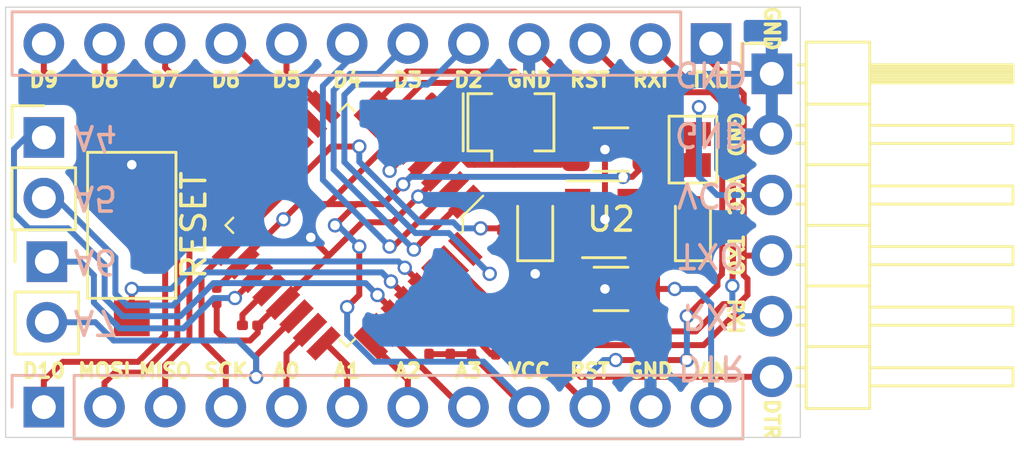
<source format=kicad_pcb>
(kicad_pcb (version 20171130) (host pcbnew "(5.1.12)-1")

  (general
    (thickness 1.6)
    (drawings 44)
    (tracks 393)
    (zones 0)
    (modules 25)
    (nets 34)
  )

  (page A4)
  (layers
    (0 F.Cu signal)
    (31 B.Cu signal)
    (32 B.Adhes user)
    (33 F.Adhes user)
    (34 B.Paste user)
    (35 F.Paste user)
    (36 B.SilkS user hide)
    (37 F.SilkS user)
    (38 B.Mask user)
    (39 F.Mask user)
    (40 Dwgs.User user)
    (41 Cmts.User user)
    (42 Eco1.User user)
    (43 Eco2.User user)
    (44 Edge.Cuts user)
    (45 Margin user)
    (46 B.CrtYd user)
    (47 F.CrtYd user)
    (48 B.Fab user)
    (49 F.Fab user)
  )

  (setup
    (last_trace_width 0.25)
    (trace_clearance 0.2)
    (zone_clearance 0.508)
    (zone_45_only no)
    (trace_min 0.2)
    (via_size 0.6)
    (via_drill 0.4)
    (via_min_size 0.4)
    (via_min_drill 0.3)
    (uvia_size 0.3)
    (uvia_drill 0.1)
    (uvias_allowed no)
    (uvia_min_size 0.2)
    (uvia_min_drill 0.1)
    (edge_width 0.05)
    (segment_width 0.2)
    (pcb_text_width 0.3)
    (pcb_text_size 1.5 1.5)
    (mod_edge_width 0.12)
    (mod_text_size 1 1)
    (mod_text_width 0.15)
    (pad_size 1.524 1.524)
    (pad_drill 0.762)
    (pad_to_mask_clearance 0)
    (aux_axis_origin 160.02 97.79)
    (visible_elements 7FF9FFFF)
    (pcbplotparams
      (layerselection 0x010fc_ffffffff)
      (usegerberextensions false)
      (usegerberattributes true)
      (usegerberadvancedattributes true)
      (creategerberjobfile true)
      (excludeedgelayer true)
      (linewidth 0.100000)
      (plotframeref false)
      (viasonmask false)
      (mode 1)
      (useauxorigin false)
      (hpglpennumber 1)
      (hpglpenspeed 20)
      (hpglpendiameter 15.000000)
      (psnegative false)
      (psa4output false)
      (plotreference true)
      (plotvalue true)
      (plotinvisibletext false)
      (padsonsilk false)
      (subtractmaskfromsilk false)
      (outputformat 1)
      (mirror false)
      (drillshape 1)
      (scaleselection 1)
      (outputdirectory ""))
  )

  (net 0 "")
  (net 1 /RST)
  (net 2 /DTR)
  (net 3 GND)
  (net 4 VCC)
  (net 5 /VIN)
  (net 6 "Net-(D1-Pad2)")
  (net 7 "Net-(D2-Pad1)")
  (net 8 "Net-(D2-Pad2)")
  (net 9 /RXI)
  (net 10 /TXO)
  (net 11 /A5)
  (net 12 /A4)
  (net 13 /A6)
  (net 14 /A7)
  (net 15 /D2)
  (net 16 /D3)
  (net 17 /D4)
  (net 18 /D5)
  (net 19 /D6)
  (net 20 /D7)
  (net 21 /D8)
  (net 22 /D9)
  (net 23 /A3)
  (net 24 /A2)
  (net 25 /A1)
  (net 26 /A0)
  (net 27 /SCK)
  (net 28 /MISO)
  (net 29 /MOSI)
  (net 30 /D10)
  (net 31 "Net-(U1-Pad7)")
  (net 32 "Net-(U1-Pad8)")
  (net 33 /AREF)

  (net_class Default "This is the default net class."
    (clearance 0.2)
    (trace_width 0.25)
    (via_dia 0.6)
    (via_drill 0.4)
    (uvia_dia 0.3)
    (uvia_drill 0.1)
    (add_net /A0)
    (add_net /A1)
    (add_net /A2)
    (add_net /A3)
    (add_net /A4)
    (add_net /A5)
    (add_net /A6)
    (add_net /A7)
    (add_net /AREF)
    (add_net /D10)
    (add_net /D2)
    (add_net /D3)
    (add_net /D4)
    (add_net /D5)
    (add_net /D6)
    (add_net /D7)
    (add_net /D8)
    (add_net /D9)
    (add_net /DTR)
    (add_net /MISO)
    (add_net /MOSI)
    (add_net /RST)
    (add_net /RXI)
    (add_net /SCK)
    (add_net /TXO)
    (add_net /VIN)
    (add_net GND)
    (add_net "Net-(D1-Pad2)")
    (add_net "Net-(D2-Pad1)")
    (add_net "Net-(D2-Pad2)")
    (add_net "Net-(U1-Pad7)")
    (add_net "Net-(U1-Pad8)")
    (add_net VCC)
  )

  (module digikey-footprints:TQFP-32_7x7mm (layer F.Cu) (tedit 61A95708) (tstamp 61A91CBB)
    (at 144.78 105.41 225)
    (descr http://www.atmel.com/Images/Atmel-8826-SEEPROM-PCB-Mounting-Guidelines-Surface-Mount-Packages-ApplicationNote.pdf)
    (path /61BD96E4)
    (attr smd)
    (fp_text reference U1 (at -1.077631 1.616446 225) (layer F.SilkS) hide
      (effects (font (size 1 1) (thickness 0.15)))
    )
    (fp_text value ATMEGA328P-AUR (at 0 6.2 225) (layer F.Fab)
      (effects (font (size 1 1) (thickness 0.15)))
    )
    (fp_line (start -5.2 5.2) (end 5.2 5.2) (layer F.CrtYd) (width 0.05))
    (fp_line (start -5.2 -5.2) (end -5.2 5.2) (layer F.CrtYd) (width 0.05))
    (fp_line (start 5.2 -5.2) (end 5.2 5.2) (layer F.CrtYd) (width 0.05))
    (fp_line (start -5.2 -5.2) (end 5.2 -5.2) (layer F.CrtYd) (width 0.05))
    (fp_line (start -3.15 -3.6) (end -3.25 -3.6) (layer F.SilkS) (width 0.1))
    (fp_line (start -3.25 -3.6) (end -3.6 -3.25) (layer F.SilkS) (width 0.1))
    (fp_line (start -3.6 -3.25) (end -3.6 -3.15) (layer F.SilkS) (width 0.1))
    (fp_line (start -3.6 -3.15) (end -4.9 -3.15) (layer F.SilkS) (width 0.1))
    (fp_line (start 3.6 -3.6) (end 3.15 -3.6) (layer F.SilkS) (width 0.1))
    (fp_line (start 3.6 -3.6) (end 3.6 -3.15) (layer F.SilkS) (width 0.1))
    (fp_line (start 3.6 3.6) (end 3.6 3.15) (layer F.SilkS) (width 0.1))
    (fp_line (start 3.6 3.6) (end 3.15 3.6) (layer F.SilkS) (width 0.1))
    (fp_line (start -3.6 3.6) (end -3.15 3.6) (layer F.SilkS) (width 0.1))
    (fp_line (start -3.6 3.6) (end -3.6 3.15) (layer F.SilkS) (width 0.1))
    (fp_line (start -3.5 -3.2) (end -3.5 3.5) (layer F.Fab) (width 0.1))
    (fp_line (start -3.2 -3.5) (end 3.5 -3.5) (layer F.Fab) (width 0.1))
    (fp_line (start -3.5 -3.2) (end -3.2 -3.5) (layer F.Fab) (width 0.1))
    (fp_line (start -3.5 3.5) (end 3.5 3.5) (layer F.Fab) (width 0.1))
    (fp_line (start 3.5 -3.5) (end 3.5 3.5) (layer F.Fab) (width 0.1))
    (fp_text user %R (at 0 0 225) (layer F.Fab)
      (effects (font (size 1 1) (thickness 0.15)))
    )
    (pad 9 smd rect (at -2.8 4.2 225) (size 0.55 1.5) (layers F.Cu F.Paste F.Mask)
      (net 18 /D5))
    (pad 1 smd rect (at -4.2 -2.8 225) (size 1.5 0.55) (layers F.Cu F.Paste F.Mask)
      (net 16 /D3))
    (pad 2 smd rect (at -4.2 -2 225) (size 1.5 0.55) (layers F.Cu F.Paste F.Mask)
      (net 17 /D4))
    (pad 3 smd rect (at -4.2 -1.2 225) (size 1.5 0.55) (layers F.Cu F.Paste F.Mask)
      (net 3 GND))
    (pad 4 smd rect (at -4.2 -0.4 225) (size 1.5 0.55) (layers F.Cu F.Paste F.Mask)
      (net 4 VCC))
    (pad 5 smd rect (at -4.2 0.4 225) (size 1.5 0.55) (layers F.Cu F.Paste F.Mask)
      (net 3 GND))
    (pad 6 smd rect (at -4.2 1.2 225) (size 1.5 0.55) (layers F.Cu F.Paste F.Mask)
      (net 4 VCC))
    (pad 7 smd rect (at -4.2 2 225) (size 1.5 0.55) (layers F.Cu F.Paste F.Mask)
      (net 31 "Net-(U1-Pad7)"))
    (pad 8 smd rect (at -4.2 2.8 225) (size 1.5 0.55) (layers F.Cu F.Paste F.Mask)
      (net 32 "Net-(U1-Pad8)"))
    (pad 10 smd rect (at -2 4.2 225) (size 0.55 1.5) (layers F.Cu F.Paste F.Mask)
      (net 19 /D6))
    (pad 11 smd rect (at -1.2 4.2 225) (size 0.55 1.5) (layers F.Cu F.Paste F.Mask)
      (net 20 /D7))
    (pad 12 smd rect (at -0.4 4.2 225) (size 0.55 1.5) (layers F.Cu F.Paste F.Mask)
      (net 21 /D8))
    (pad 13 smd rect (at 0.4 4.2 225) (size 0.55 1.5) (layers F.Cu F.Paste F.Mask)
      (net 22 /D9))
    (pad 14 smd rect (at 1.2 4.2 225) (size 0.55 1.5) (layers F.Cu F.Paste F.Mask)
      (net 30 /D10))
    (pad 15 smd rect (at 2 4.2 225) (size 0.55 1.5) (layers F.Cu F.Paste F.Mask)
      (net 29 /MOSI))
    (pad 16 smd rect (at 2.8 4.2 225) (size 0.55 1.5) (layers F.Cu F.Paste F.Mask)
      (net 28 /MISO))
    (pad 17 smd rect (at 4.2 2.8 225) (size 1.5 0.55) (layers F.Cu F.Paste F.Mask)
      (net 27 /SCK))
    (pad 18 smd rect (at 4.2 2 225) (size 1.5 0.55) (layers F.Cu F.Paste F.Mask)
      (net 4 VCC))
    (pad 19 smd rect (at 4.2 1.2 225) (size 1.5 0.55) (layers F.Cu F.Paste F.Mask)
      (net 13 /A6))
    (pad 20 smd rect (at 4.2 0.4 225) (size 1.5 0.55) (layers F.Cu F.Paste F.Mask)
      (net 33 /AREF))
    (pad 21 smd rect (at 4.2 -0.4 225) (size 1.5 0.55) (layers F.Cu F.Paste F.Mask)
      (net 3 GND))
    (pad 22 smd rect (at 4.2 -1.2 225) (size 1.5 0.55) (layers F.Cu F.Paste F.Mask)
      (net 14 /A7))
    (pad 23 smd rect (at 4.2 -2 225) (size 1.5 0.55) (layers F.Cu F.Paste F.Mask)
      (net 26 /A0))
    (pad 24 smd rect (at 4.2 -2.8 225) (size 1.5 0.55) (layers F.Cu F.Paste F.Mask)
      (net 25 /A1))
    (pad 25 smd rect (at 2.8 -4.2 225) (size 0.55 1.5) (layers F.Cu F.Paste F.Mask)
      (net 24 /A2))
    (pad 26 smd rect (at 2 -4.2 225) (size 0.55 1.5) (layers F.Cu F.Paste F.Mask)
      (net 23 /A3))
    (pad 27 smd rect (at 1.2 -4.2 225) (size 0.55 1.5) (layers F.Cu F.Paste F.Mask)
      (net 12 /A4))
    (pad 28 smd rect (at 0.4 -4.2 225) (size 0.55 1.5) (layers F.Cu F.Paste F.Mask)
      (net 11 /A5))
    (pad 29 smd rect (at -0.4 -4.2 225) (size 0.55 1.5) (layers F.Cu F.Paste F.Mask)
      (net 1 /RST))
    (pad 30 smd rect (at -1.2 -4.2 225) (size 0.55 1.5) (layers F.Cu F.Paste F.Mask)
      (net 9 /RXI))
    (pad 31 smd rect (at -2 -4.2 225) (size 0.55 1.5) (layers F.Cu F.Paste F.Mask)
      (net 10 /TXO))
    (pad 32 smd rect (at -2.8 -4.2 225) (size 0.55 1.5) (layers F.Cu F.Paste F.Mask)
      (net 15 /D2))
    (model "G:/Microcontroller/KiCad Projects/Third party Librabry/ATMEGA328P-AUR--3DModel-STEP-56544.STEP"
      (at (xyz 0 0 0))
      (scale (xyz 1 1 1))
      (rotate (xyz -90 0 0))
    )
  )

  (module Capacitor_SMD:C_0201_0603Metric (layer F.Cu) (tedit 5F68FEEE) (tstamp 61A963D9)
    (at 140.716 109.601)
    (descr "Capacitor SMD 0201 (0603 Metric), square (rectangular) end terminal, IPC_7351 nominal, (Body size source: https://www.vishay.com/docs/20052/crcw0201e3.pdf), generated with kicad-footprint-generator")
    (tags capacitor)
    (path /61BAB8A0)
    (attr smd)
    (fp_text reference C8 (at -0.127 1.016) (layer F.SilkS) hide
      (effects (font (size 1 1) (thickness 0.15)))
    )
    (fp_text value 0.1uF (at 0 1.05) (layer F.Fab)
      (effects (font (size 1 1) (thickness 0.15)))
    )
    (fp_line (start 0.7 0.35) (end -0.7 0.35) (layer F.CrtYd) (width 0.05))
    (fp_line (start 0.7 -0.35) (end 0.7 0.35) (layer F.CrtYd) (width 0.05))
    (fp_line (start -0.7 -0.35) (end 0.7 -0.35) (layer F.CrtYd) (width 0.05))
    (fp_line (start -0.7 0.35) (end -0.7 -0.35) (layer F.CrtYd) (width 0.05))
    (fp_line (start 0.3 0.15) (end -0.3 0.15) (layer F.Fab) (width 0.1))
    (fp_line (start 0.3 -0.15) (end 0.3 0.15) (layer F.Fab) (width 0.1))
    (fp_line (start -0.3 -0.15) (end 0.3 -0.15) (layer F.Fab) (width 0.1))
    (fp_line (start -0.3 0.15) (end -0.3 -0.15) (layer F.Fab) (width 0.1))
    (fp_text user %R (at 0 -0.68) (layer F.Fab)
      (effects (font (size 0.25 0.25) (thickness 0.04)))
    )
    (pad 2 smd roundrect (at 0.32 0) (size 0.46 0.4) (layers F.Cu F.Mask) (roundrect_rratio 0.25)
      (net 3 GND))
    (pad 1 smd roundrect (at -0.32 0) (size 0.46 0.4) (layers F.Cu F.Mask) (roundrect_rratio 0.25)
      (net 33 /AREF))
    (pad "" smd roundrect (at 0.345 0) (size 0.318 0.36) (layers F.Paste) (roundrect_rratio 0.25))
    (pad "" smd roundrect (at -0.345 0) (size 0.318 0.36) (layers F.Paste) (roundrect_rratio 0.25))
    (model ${KISYS3DMOD}/Capacitor_SMD.3dshapes/C_0201_0603Metric.wrl
      (at (xyz 0 0 0))
      (scale (xyz 1 1 1))
      (rotate (xyz 0 0 0))
    )
  )

  (module Capacitor_SMD:C_0201_0603Metric (layer F.Cu) (tedit 5F68FEEE) (tstamp 61A91AA5)
    (at 151.003 110.49 90)
    (descr "Capacitor SMD 0201 (0603 Metric), square (rectangular) end terminal, IPC_7351 nominal, (Body size source: https://www.vishay.com/docs/20052/crcw0201e3.pdf), generated with kicad-footprint-generator")
    (tags capacitor)
    (path /61B52D6A)
    (attr smd)
    (fp_text reference C1 (at 0 3.302 90) (layer F.SilkS) hide
      (effects (font (size 1 1) (thickness 0.15)))
    )
    (fp_text value 0.1uF (at 0 1.05 90) (layer F.Fab)
      (effects (font (size 1 1) (thickness 0.15)))
    )
    (fp_line (start -0.3 0.15) (end -0.3 -0.15) (layer F.Fab) (width 0.1))
    (fp_line (start -0.3 -0.15) (end 0.3 -0.15) (layer F.Fab) (width 0.1))
    (fp_line (start 0.3 -0.15) (end 0.3 0.15) (layer F.Fab) (width 0.1))
    (fp_line (start 0.3 0.15) (end -0.3 0.15) (layer F.Fab) (width 0.1))
    (fp_line (start -0.7 0.35) (end -0.7 -0.35) (layer F.CrtYd) (width 0.05))
    (fp_line (start -0.7 -0.35) (end 0.7 -0.35) (layer F.CrtYd) (width 0.05))
    (fp_line (start 0.7 -0.35) (end 0.7 0.35) (layer F.CrtYd) (width 0.05))
    (fp_line (start 0.7 0.35) (end -0.7 0.35) (layer F.CrtYd) (width 0.05))
    (fp_text user %R (at 0 -0.68 90) (layer F.Fab)
      (effects (font (size 0.25 0.25) (thickness 0.04)))
    )
    (pad "" smd roundrect (at -0.345 0 90) (size 0.318 0.36) (layers F.Paste) (roundrect_rratio 0.25))
    (pad "" smd roundrect (at 0.345 0 90) (size 0.318 0.36) (layers F.Paste) (roundrect_rratio 0.25))
    (pad 1 smd roundrect (at -0.32 0 90) (size 0.46 0.4) (layers F.Cu F.Mask) (roundrect_rratio 0.25)
      (net 1 /RST))
    (pad 2 smd roundrect (at 0.32 0 90) (size 0.46 0.4) (layers F.Cu F.Mask) (roundrect_rratio 0.25)
      (net 2 /DTR))
    (model ${KISYS3DMOD}/Capacitor_SMD.3dshapes/C_0201_0603Metric.wrl
      (at (xyz 0 0 0))
      (scale (xyz 1 1 1))
      (rotate (xyz 0 0 0))
    )
  )

  (module Capacitor_SMD:C_0201_0603Metric (layer F.Cu) (tedit 5F68FEEE) (tstamp 61A91AB6)
    (at 139.319 108.331 270)
    (descr "Capacitor SMD 0201 (0603 Metric), square (rectangular) end terminal, IPC_7351 nominal, (Body size source: https://www.vishay.com/docs/20052/crcw0201e3.pdf), generated with kicad-footprint-generator")
    (tags capacitor)
    (path /61ACB517)
    (attr smd)
    (fp_text reference C2 (at 0 1.016 90) (layer F.SilkS) hide
      (effects (font (size 1 1) (thickness 0.15)))
    )
    (fp_text value 0.1uF (at 0 1.05 90) (layer F.Fab)
      (effects (font (size 1 1) (thickness 0.15)))
    )
    (fp_line (start 0.7 0.35) (end -0.7 0.35) (layer F.CrtYd) (width 0.05))
    (fp_line (start 0.7 -0.35) (end 0.7 0.35) (layer F.CrtYd) (width 0.05))
    (fp_line (start -0.7 -0.35) (end 0.7 -0.35) (layer F.CrtYd) (width 0.05))
    (fp_line (start -0.7 0.35) (end -0.7 -0.35) (layer F.CrtYd) (width 0.05))
    (fp_line (start 0.3 0.15) (end -0.3 0.15) (layer F.Fab) (width 0.1))
    (fp_line (start 0.3 -0.15) (end 0.3 0.15) (layer F.Fab) (width 0.1))
    (fp_line (start -0.3 -0.15) (end 0.3 -0.15) (layer F.Fab) (width 0.1))
    (fp_line (start -0.3 0.15) (end -0.3 -0.15) (layer F.Fab) (width 0.1))
    (fp_text user %R (at 0 -0.68 90) (layer F.Fab)
      (effects (font (size 0.25 0.25) (thickness 0.04)))
    )
    (pad 2 smd roundrect (at 0.32 0 270) (size 0.46 0.4) (layers F.Cu F.Mask) (roundrect_rratio 0.25)
      (net 3 GND))
    (pad 1 smd roundrect (at -0.32 0 270) (size 0.46 0.4) (layers F.Cu F.Mask) (roundrect_rratio 0.25)
      (net 4 VCC))
    (pad "" smd roundrect (at 0.345 0 270) (size 0.318 0.36) (layers F.Paste) (roundrect_rratio 0.25))
    (pad "" smd roundrect (at -0.345 0 270) (size 0.318 0.36) (layers F.Paste) (roundrect_rratio 0.25))
    (model ${KISYS3DMOD}/Capacitor_SMD.3dshapes/C_0201_0603Metric.wrl
      (at (xyz 0 0 0))
      (scale (xyz 1 1 1))
      (rotate (xyz 0 0 0))
    )
  )

  (module Capacitor_SMD:C_1206_3216Metric (layer F.Cu) (tedit 5F68FEEE) (tstamp 61A91AC7)
    (at 155.829 108.077 180)
    (descr "Capacitor SMD 1206 (3216 Metric), square (rectangular) end terminal, IPC_7351 nominal, (Body size source: IPC-SM-782 page 76, https://www.pcb-3d.com/wordpress/wp-content/uploads/ipc-sm-782a_amendment_1_and_2.pdf), generated with kicad-footprint-generator")
    (tags capacitor)
    (path /61BF722F)
    (attr smd)
    (fp_text reference C3 (at 0 -1.85) (layer F.SilkS) hide
      (effects (font (size 1 1) (thickness 0.15)))
    )
    (fp_text value 10uF (at 0 1.85) (layer F.Fab)
      (effects (font (size 1 1) (thickness 0.15)))
    )
    (fp_line (start -1.6 0.8) (end -1.6 -0.8) (layer F.Fab) (width 0.1))
    (fp_line (start -1.6 -0.8) (end 1.6 -0.8) (layer F.Fab) (width 0.1))
    (fp_line (start 1.6 -0.8) (end 1.6 0.8) (layer F.Fab) (width 0.1))
    (fp_line (start 1.6 0.8) (end -1.6 0.8) (layer F.Fab) (width 0.1))
    (fp_line (start -0.711252 -0.91) (end 0.711252 -0.91) (layer F.SilkS) (width 0.12))
    (fp_line (start -0.711252 0.91) (end 0.711252 0.91) (layer F.SilkS) (width 0.12))
    (fp_line (start -2.3 1.15) (end -2.3 -1.15) (layer F.CrtYd) (width 0.05))
    (fp_line (start -2.3 -1.15) (end 2.3 -1.15) (layer F.CrtYd) (width 0.05))
    (fp_line (start 2.3 -1.15) (end 2.3 1.15) (layer F.CrtYd) (width 0.05))
    (fp_line (start 2.3 1.15) (end -2.3 1.15) (layer F.CrtYd) (width 0.05))
    (fp_text user %R (at 0 0) (layer F.Fab)
      (effects (font (size 0.8 0.8) (thickness 0.12)))
    )
    (pad 1 smd roundrect (at -1.475 0 180) (size 1.15 1.8) (layers F.Cu F.Paste F.Mask) (roundrect_rratio 0.217391)
      (net 5 /VIN))
    (pad 2 smd roundrect (at 1.475 0 180) (size 1.15 1.8) (layers F.Cu F.Paste F.Mask) (roundrect_rratio 0.217391)
      (net 3 GND))
    (model ${KISYS3DMOD}/Capacitor_SMD.3dshapes/C_1206_3216Metric.wrl
      (at (xyz 0 0 0))
      (scale (xyz 1 1 1))
      (rotate (xyz 0 0 0))
    )
  )

  (module Capacitor_SMD:C_0201_0603Metric (layer F.Cu) (tedit 5F68FEEE) (tstamp 61A91AD8)
    (at 148.082 100.33 45)
    (descr "Capacitor SMD 0201 (0603 Metric), square (rectangular) end terminal, IPC_7351 nominal, (Body size source: https://www.vishay.com/docs/20052/crcw0201e3.pdf), generated with kicad-footprint-generator")
    (tags capacitor)
    (path /61ACA6A4)
    (attr smd)
    (fp_text reference C4 (at -0.179605 -1.436841 315 unlocked) (layer F.SilkS) hide
      (effects (font (size 1 1) (thickness 0.15)))
    )
    (fp_text value 0.1uF (at 0 1.05 45) (layer F.Fab) hide
      (effects (font (size 1 1) (thickness 0.15)))
    )
    (fp_line (start -0.3 0.15) (end -0.3 -0.15) (layer F.Fab) (width 0.1))
    (fp_line (start -0.3 -0.15) (end 0.3 -0.15) (layer F.Fab) (width 0.1))
    (fp_line (start 0.3 -0.15) (end 0.3 0.15) (layer F.Fab) (width 0.1))
    (fp_line (start 0.3 0.15) (end -0.3 0.15) (layer F.Fab) (width 0.1))
    (fp_line (start -0.7 0.35) (end -0.7 -0.35) (layer F.CrtYd) (width 0.05))
    (fp_line (start -0.7 -0.35) (end 0.7 -0.35) (layer F.CrtYd) (width 0.05))
    (fp_line (start 0.7 -0.35) (end 0.7 0.35) (layer F.CrtYd) (width 0.05))
    (fp_line (start 0.7 0.35) (end -0.7 0.35) (layer F.CrtYd) (width 0.05))
    (fp_text user %R (at 0 -0.68 45) (layer F.Fab)
      (effects (font (size 0.25 0.25) (thickness 0.04)))
    )
    (pad "" smd roundrect (at -0.345 0 45) (size 0.318 0.36) (layers F.Paste) (roundrect_rratio 0.25))
    (pad "" smd roundrect (at 0.345 0 45) (size 0.318 0.36) (layers F.Paste) (roundrect_rratio 0.25))
    (pad 1 smd roundrect (at -0.32 0 45) (size 0.46 0.4) (layers F.Cu F.Mask) (roundrect_rratio 0.25)
      (net 4 VCC))
    (pad 2 smd roundrect (at 0.32 0 45) (size 0.46 0.4) (layers F.Cu F.Mask) (roundrect_rratio 0.25)
      (net 3 GND))
    (model ${KISYS3DMOD}/Capacitor_SMD.3dshapes/C_0201_0603Metric.wrl
      (at (xyz 0 0 0))
      (scale (xyz 1 1 1))
      (rotate (xyz 0 0 0))
    )
  )

  (module Capacitor_SMD:C_0201_0603Metric (layer F.Cu) (tedit 5F68FEEE) (tstamp 61A91AE9)
    (at 148.717 101.346 135)
    (descr "Capacitor SMD 0201 (0603 Metric), square (rectangular) end terminal, IPC_7351 nominal, (Body size source: https://www.vishay.com/docs/20052/crcw0201e3.pdf), generated with kicad-footprint-generator")
    (tags capacitor)
    (path /61ACA06C)
    (attr smd)
    (fp_text reference C5 (at 1.905 0.127 225) (layer F.SilkS) hide
      (effects (font (size 1 1) (thickness 0.15)))
    )
    (fp_text value 0.1uF (at 0 1.05 135) (layer F.Fab) hide
      (effects (font (size 1 1) (thickness 0.15)))
    )
    (fp_line (start -0.3 0.15) (end -0.3 -0.15) (layer F.Fab) (width 0.1))
    (fp_line (start -0.3 -0.15) (end 0.3 -0.15) (layer F.Fab) (width 0.1))
    (fp_line (start 0.3 -0.15) (end 0.3 0.15) (layer F.Fab) (width 0.1))
    (fp_line (start 0.3 0.15) (end -0.3 0.15) (layer F.Fab) (width 0.1))
    (fp_line (start -0.7 0.35) (end -0.7 -0.35) (layer F.CrtYd) (width 0.05))
    (fp_line (start -0.7 -0.35) (end 0.7 -0.35) (layer F.CrtYd) (width 0.05))
    (fp_line (start 0.7 -0.35) (end 0.7 0.35) (layer F.CrtYd) (width 0.05))
    (fp_line (start 0.7 0.35) (end -0.7 0.35) (layer F.CrtYd) (width 0.05))
    (fp_text user %R (at 0 -0.68 135) (layer F.Fab)
      (effects (font (size 0.25 0.25) (thickness 0.04)))
    )
    (pad "" smd roundrect (at -0.345 0 135) (size 0.318 0.36) (layers F.Paste) (roundrect_rratio 0.25))
    (pad "" smd roundrect (at 0.345 0 135) (size 0.318 0.36) (layers F.Paste) (roundrect_rratio 0.25))
    (pad 1 smd roundrect (at -0.32 0 135) (size 0.46 0.4) (layers F.Cu F.Mask) (roundrect_rratio 0.25)
      (net 4 VCC))
    (pad 2 smd roundrect (at 0.32 0 135) (size 0.46 0.4) (layers F.Cu F.Mask) (roundrect_rratio 0.25)
      (net 3 GND))
    (model ${KISYS3DMOD}/Capacitor_SMD.3dshapes/C_0201_0603Metric.wrl
      (at (xyz 0 0 0))
      (scale (xyz 1 1 1))
      (rotate (xyz 0 0 0))
    )
  )

  (module Capacitor_SMD:C_1206_3216Metric (layer F.Cu) (tedit 5F68FEEE) (tstamp 61A9A36E)
    (at 155.829 102.235 180)
    (descr "Capacitor SMD 1206 (3216 Metric), square (rectangular) end terminal, IPC_7351 nominal, (Body size source: IPC-SM-782 page 76, https://www.pcb-3d.com/wordpress/wp-content/uploads/ipc-sm-782a_amendment_1_and_2.pdf), generated with kicad-footprint-generator")
    (tags capacitor)
    (path /61BF6463)
    (attr smd)
    (fp_text reference C6 (at 3.429 -1.016) (layer F.SilkS) hide
      (effects (font (size 1 1) (thickness 0.15)))
    )
    (fp_text value 10uF (at 0 1.85) (layer F.Fab)
      (effects (font (size 1 1) (thickness 0.15)))
    )
    (fp_line (start 2.3 1.15) (end -2.3 1.15) (layer F.CrtYd) (width 0.05))
    (fp_line (start 2.3 -1.15) (end 2.3 1.15) (layer F.CrtYd) (width 0.05))
    (fp_line (start -2.3 -1.15) (end 2.3 -1.15) (layer F.CrtYd) (width 0.05))
    (fp_line (start -2.3 1.15) (end -2.3 -1.15) (layer F.CrtYd) (width 0.05))
    (fp_line (start -0.711252 0.91) (end 0.711252 0.91) (layer F.SilkS) (width 0.12))
    (fp_line (start -0.711252 -0.91) (end 0.711252 -0.91) (layer F.SilkS) (width 0.12))
    (fp_line (start 1.6 0.8) (end -1.6 0.8) (layer F.Fab) (width 0.1))
    (fp_line (start 1.6 -0.8) (end 1.6 0.8) (layer F.Fab) (width 0.1))
    (fp_line (start -1.6 -0.8) (end 1.6 -0.8) (layer F.Fab) (width 0.1))
    (fp_line (start -1.6 0.8) (end -1.6 -0.8) (layer F.Fab) (width 0.1))
    (fp_text user %R (at 0 0) (layer F.Fab)
      (effects (font (size 0.8 0.8) (thickness 0.12)))
    )
    (pad 2 smd roundrect (at 1.475 0 180) (size 1.15 1.8) (layers F.Cu F.Paste F.Mask) (roundrect_rratio 0.217391)
      (net 3 GND))
    (pad 1 smd roundrect (at -1.475 0 180) (size 1.15 1.8) (layers F.Cu F.Paste F.Mask) (roundrect_rratio 0.217391)
      (net 4 VCC))
    (model ${KISYS3DMOD}/Capacitor_SMD.3dshapes/C_1206_3216Metric.wrl
      (at (xyz 0 0 0))
      (scale (xyz 1 1 1))
      (rotate (xyz 0 0 0))
    )
  )

  (module Capacitor_SMD:C_0201_0603Metric (layer F.Cu) (tedit 5F68FEEE) (tstamp 61A91B0B)
    (at 155.829 100.838 180)
    (descr "Capacitor SMD 0201 (0603 Metric), square (rectangular) end terminal, IPC_7351 nominal, (Body size source: https://www.vishay.com/docs/20052/crcw0201e3.pdf), generated with kicad-footprint-generator")
    (tags capacitor)
    (path /61AED846)
    (attr smd)
    (fp_text reference C7 (at -0.127 1.016) (layer F.SilkS) hide
      (effects (font (size 1 1) (thickness 0.15)))
    )
    (fp_text value 0.1uF (at 0 1.05) (layer F.Fab) hide
      (effects (font (size 1 1) (thickness 0.15)))
    )
    (fp_line (start 0.7 0.35) (end -0.7 0.35) (layer F.CrtYd) (width 0.05))
    (fp_line (start 0.7 -0.35) (end 0.7 0.35) (layer F.CrtYd) (width 0.05))
    (fp_line (start -0.7 -0.35) (end 0.7 -0.35) (layer F.CrtYd) (width 0.05))
    (fp_line (start -0.7 0.35) (end -0.7 -0.35) (layer F.CrtYd) (width 0.05))
    (fp_line (start 0.3 0.15) (end -0.3 0.15) (layer F.Fab) (width 0.1))
    (fp_line (start 0.3 -0.15) (end 0.3 0.15) (layer F.Fab) (width 0.1))
    (fp_line (start -0.3 -0.15) (end 0.3 -0.15) (layer F.Fab) (width 0.1))
    (fp_line (start -0.3 0.15) (end -0.3 -0.15) (layer F.Fab) (width 0.1))
    (fp_text user %R (at 0 -0.68) (layer F.Fab)
      (effects (font (size 0.25 0.25) (thickness 0.04)))
    )
    (pad 2 smd roundrect (at 0.32 0 180) (size 0.46 0.4) (layers F.Cu F.Mask) (roundrect_rratio 0.25)
      (net 3 GND))
    (pad 1 smd roundrect (at -0.32 0 180) (size 0.46 0.4) (layers F.Cu F.Mask) (roundrect_rratio 0.25)
      (net 4 VCC))
    (pad "" smd roundrect (at 0.345 0 180) (size 0.318 0.36) (layers F.Paste) (roundrect_rratio 0.25))
    (pad "" smd roundrect (at -0.345 0 180) (size 0.318 0.36) (layers F.Paste) (roundrect_rratio 0.25))
    (model ${KISYS3DMOD}/Capacitor_SMD.3dshapes/C_0201_0603Metric.wrl
      (at (xyz 0 0 0))
      (scale (xyz 1 1 1))
      (rotate (xyz 0 0 0))
    )
  )

  (module LED_SMD:LED_0603_1608Metric (layer F.Cu) (tedit 5F68FEF1) (tstamp 61A91B1E)
    (at 152.654 105.41 90)
    (descr "LED SMD 0603 (1608 Metric), square (rectangular) end terminal, IPC_7351 nominal, (Body size source: http://www.tortai-tech.com/upload/download/2011102023233369053.pdf), generated with kicad-footprint-generator")
    (tags LED)
    (path /61ABFAAC)
    (attr smd)
    (fp_text reference D1 (at -2.286 0 90) (layer F.SilkS) hide
      (effects (font (size 1 1) (thickness 0.15)))
    )
    (fp_text value LED (at 0 1.43 90) (layer F.Fab) hide
      (effects (font (size 1 1) (thickness 0.15)))
    )
    (fp_line (start 1.48 0.73) (end -1.48 0.73) (layer F.CrtYd) (width 0.05))
    (fp_line (start 1.48 -0.73) (end 1.48 0.73) (layer F.CrtYd) (width 0.05))
    (fp_line (start -1.48 -0.73) (end 1.48 -0.73) (layer F.CrtYd) (width 0.05))
    (fp_line (start -1.48 0.73) (end -1.48 -0.73) (layer F.CrtYd) (width 0.05))
    (fp_line (start -1.485 0.735) (end 0.8 0.735) (layer F.SilkS) (width 0.12))
    (fp_line (start -1.485 -0.735) (end -1.485 0.735) (layer F.SilkS) (width 0.12))
    (fp_line (start 0.8 -0.735) (end -1.485 -0.735) (layer F.SilkS) (width 0.12))
    (fp_line (start 0.8 0.4) (end 0.8 -0.4) (layer F.Fab) (width 0.1))
    (fp_line (start -0.8 0.4) (end 0.8 0.4) (layer F.Fab) (width 0.1))
    (fp_line (start -0.8 -0.1) (end -0.8 0.4) (layer F.Fab) (width 0.1))
    (fp_line (start -0.5 -0.4) (end -0.8 -0.1) (layer F.Fab) (width 0.1))
    (fp_line (start 0.8 -0.4) (end -0.5 -0.4) (layer F.Fab) (width 0.1))
    (fp_text user %R (at 0 0 90) (layer F.Fab)
      (effects (font (size 0.4 0.4) (thickness 0.06)))
    )
    (pad 2 smd roundrect (at 0.7875 0 90) (size 0.875 0.95) (layers F.Cu F.Paste F.Mask) (roundrect_rratio 0.25)
      (net 6 "Net-(D1-Pad2)"))
    (pad 1 smd roundrect (at -0.7875 0 90) (size 0.875 0.95) (layers F.Cu F.Paste F.Mask) (roundrect_rratio 0.25)
      (net 3 GND))
    (model ${KISYS3DMOD}/LED_SMD.3dshapes/LED_0603_1608Metric.wrl
      (at (xyz 0 0 0))
      (scale (xyz 1 1 1))
      (rotate (xyz 0 0 0))
    )
  )

  (module LED_SMD:LED_0603_1608Metric (layer F.Cu) (tedit 5F68FEF1) (tstamp 61A91B31)
    (at 159.258 105.41 90)
    (descr "LED SMD 0603 (1608 Metric), square (rectangular) end terminal, IPC_7351 nominal, (Body size source: http://www.tortai-tech.com/upload/download/2011102023233369053.pdf), generated with kicad-footprint-generator")
    (tags LED)
    (path /61BCED2C)
    (attr smd)
    (fp_text reference D2 (at -2.413 0.254 90) (layer F.SilkS) hide
      (effects (font (size 1 1) (thickness 0.15)))
    )
    (fp_text value LED (at 0 1.43 90) (layer F.Fab) hide
      (effects (font (size 1 1) (thickness 0.15)))
    )
    (fp_line (start 0.8 -0.4) (end -0.5 -0.4) (layer F.Fab) (width 0.1))
    (fp_line (start -0.5 -0.4) (end -0.8 -0.1) (layer F.Fab) (width 0.1))
    (fp_line (start -0.8 -0.1) (end -0.8 0.4) (layer F.Fab) (width 0.1))
    (fp_line (start -0.8 0.4) (end 0.8 0.4) (layer F.Fab) (width 0.1))
    (fp_line (start 0.8 0.4) (end 0.8 -0.4) (layer F.Fab) (width 0.1))
    (fp_line (start 0.8 -0.735) (end -1.485 -0.735) (layer F.SilkS) (width 0.12))
    (fp_line (start -1.485 -0.735) (end -1.485 0.735) (layer F.SilkS) (width 0.12))
    (fp_line (start -1.485 0.735) (end 0.8 0.735) (layer F.SilkS) (width 0.12))
    (fp_line (start -1.48 0.73) (end -1.48 -0.73) (layer F.CrtYd) (width 0.05))
    (fp_line (start -1.48 -0.73) (end 1.48 -0.73) (layer F.CrtYd) (width 0.05))
    (fp_line (start 1.48 -0.73) (end 1.48 0.73) (layer F.CrtYd) (width 0.05))
    (fp_line (start 1.48 0.73) (end -1.48 0.73) (layer F.CrtYd) (width 0.05))
    (fp_text user %R (at 0 0 90) (layer F.Fab)
      (effects (font (size 0.4 0.4) (thickness 0.06)))
    )
    (pad 1 smd roundrect (at -0.7875 0 90) (size 0.875 0.95) (layers F.Cu F.Paste F.Mask) (roundrect_rratio 0.25)
      (net 7 "Net-(D2-Pad1)"))
    (pad 2 smd roundrect (at 0.7875 0 90) (size 0.875 0.95) (layers F.Cu F.Paste F.Mask) (roundrect_rratio 0.25)
      (net 8 "Net-(D2-Pad2)"))
    (model ${KISYS3DMOD}/LED_SMD.3dshapes/LED_0603_1608Metric.wrl
      (at (xyz 0 0 0))
      (scale (xyz 1 1 1))
      (rotate (xyz 0 0 0))
    )
  )

  (module Connector_PinHeader_2.54mm:PinHeader_1x06_P2.54mm_Horizontal (layer F.Cu) (tedit 59FED5CB) (tstamp 61A91B98)
    (at 162.56 99.06)
    (descr "Through hole angled pin header, 1x06, 2.54mm pitch, 6mm pin length, single row")
    (tags "Through hole angled pin header THT 1x06 2.54mm single row")
    (path /61BCDE7A)
    (fp_text reference J1 (at 4.385 -2.27) (layer F.SilkS) hide
      (effects (font (size 1 1) (thickness 0.15)))
    )
    (fp_text value FTDI (at 4.385 14.97) (layer F.Fab)
      (effects (font (size 1 1) (thickness 0.15)))
    )
    (fp_line (start 2.135 -1.27) (end 4.04 -1.27) (layer F.Fab) (width 0.1))
    (fp_line (start 4.04 -1.27) (end 4.04 13.97) (layer F.Fab) (width 0.1))
    (fp_line (start 4.04 13.97) (end 1.5 13.97) (layer F.Fab) (width 0.1))
    (fp_line (start 1.5 13.97) (end 1.5 -0.635) (layer F.Fab) (width 0.1))
    (fp_line (start 1.5 -0.635) (end 2.135 -1.27) (layer F.Fab) (width 0.1))
    (fp_line (start -0.32 -0.32) (end 1.5 -0.32) (layer F.Fab) (width 0.1))
    (fp_line (start -0.32 -0.32) (end -0.32 0.32) (layer F.Fab) (width 0.1))
    (fp_line (start -0.32 0.32) (end 1.5 0.32) (layer F.Fab) (width 0.1))
    (fp_line (start 4.04 -0.32) (end 10.04 -0.32) (layer F.Fab) (width 0.1))
    (fp_line (start 10.04 -0.32) (end 10.04 0.32) (layer F.Fab) (width 0.1))
    (fp_line (start 4.04 0.32) (end 10.04 0.32) (layer F.Fab) (width 0.1))
    (fp_line (start -0.32 2.22) (end 1.5 2.22) (layer F.Fab) (width 0.1))
    (fp_line (start -0.32 2.22) (end -0.32 2.86) (layer F.Fab) (width 0.1))
    (fp_line (start -0.32 2.86) (end 1.5 2.86) (layer F.Fab) (width 0.1))
    (fp_line (start 4.04 2.22) (end 10.04 2.22) (layer F.Fab) (width 0.1))
    (fp_line (start 10.04 2.22) (end 10.04 2.86) (layer F.Fab) (width 0.1))
    (fp_line (start 4.04 2.86) (end 10.04 2.86) (layer F.Fab) (width 0.1))
    (fp_line (start -0.32 4.76) (end 1.5 4.76) (layer F.Fab) (width 0.1))
    (fp_line (start -0.32 4.76) (end -0.32 5.4) (layer F.Fab) (width 0.1))
    (fp_line (start -0.32 5.4) (end 1.5 5.4) (layer F.Fab) (width 0.1))
    (fp_line (start 4.04 4.76) (end 10.04 4.76) (layer F.Fab) (width 0.1))
    (fp_line (start 10.04 4.76) (end 10.04 5.4) (layer F.Fab) (width 0.1))
    (fp_line (start 4.04 5.4) (end 10.04 5.4) (layer F.Fab) (width 0.1))
    (fp_line (start -0.32 7.3) (end 1.5 7.3) (layer F.Fab) (width 0.1))
    (fp_line (start -0.32 7.3) (end -0.32 7.94) (layer F.Fab) (width 0.1))
    (fp_line (start -0.32 7.94) (end 1.5 7.94) (layer F.Fab) (width 0.1))
    (fp_line (start 4.04 7.3) (end 10.04 7.3) (layer F.Fab) (width 0.1))
    (fp_line (start 10.04 7.3) (end 10.04 7.94) (layer F.Fab) (width 0.1))
    (fp_line (start 4.04 7.94) (end 10.04 7.94) (layer F.Fab) (width 0.1))
    (fp_line (start -0.32 9.84) (end 1.5 9.84) (layer F.Fab) (width 0.1))
    (fp_line (start -0.32 9.84) (end -0.32 10.48) (layer F.Fab) (width 0.1))
    (fp_line (start -0.32 10.48) (end 1.5 10.48) (layer F.Fab) (width 0.1))
    (fp_line (start 4.04 9.84) (end 10.04 9.84) (layer F.Fab) (width 0.1))
    (fp_line (start 10.04 9.84) (end 10.04 10.48) (layer F.Fab) (width 0.1))
    (fp_line (start 4.04 10.48) (end 10.04 10.48) (layer F.Fab) (width 0.1))
    (fp_line (start -0.32 12.38) (end 1.5 12.38) (layer F.Fab) (width 0.1))
    (fp_line (start -0.32 12.38) (end -0.32 13.02) (layer F.Fab) (width 0.1))
    (fp_line (start -0.32 13.02) (end 1.5 13.02) (layer F.Fab) (width 0.1))
    (fp_line (start 4.04 12.38) (end 10.04 12.38) (layer F.Fab) (width 0.1))
    (fp_line (start 10.04 12.38) (end 10.04 13.02) (layer F.Fab) (width 0.1))
    (fp_line (start 4.04 13.02) (end 10.04 13.02) (layer F.Fab) (width 0.1))
    (fp_line (start 1.44 -1.33) (end 1.44 14.03) (layer F.SilkS) (width 0.12))
    (fp_line (start 1.44 14.03) (end 4.1 14.03) (layer F.SilkS) (width 0.12))
    (fp_line (start 4.1 14.03) (end 4.1 -1.33) (layer F.SilkS) (width 0.12))
    (fp_line (start 4.1 -1.33) (end 1.44 -1.33) (layer F.SilkS) (width 0.12))
    (fp_line (start 4.1 -0.38) (end 10.1 -0.38) (layer F.SilkS) (width 0.12))
    (fp_line (start 10.1 -0.38) (end 10.1 0.38) (layer F.SilkS) (width 0.12))
    (fp_line (start 10.1 0.38) (end 4.1 0.38) (layer F.SilkS) (width 0.12))
    (fp_line (start 4.1 -0.32) (end 10.1 -0.32) (layer F.SilkS) (width 0.12))
    (fp_line (start 4.1 -0.2) (end 10.1 -0.2) (layer F.SilkS) (width 0.12))
    (fp_line (start 4.1 -0.08) (end 10.1 -0.08) (layer F.SilkS) (width 0.12))
    (fp_line (start 4.1 0.04) (end 10.1 0.04) (layer F.SilkS) (width 0.12))
    (fp_line (start 4.1 0.16) (end 10.1 0.16) (layer F.SilkS) (width 0.12))
    (fp_line (start 4.1 0.28) (end 10.1 0.28) (layer F.SilkS) (width 0.12))
    (fp_line (start 1.11 -0.38) (end 1.44 -0.38) (layer F.SilkS) (width 0.12))
    (fp_line (start 1.11 0.38) (end 1.44 0.38) (layer F.SilkS) (width 0.12))
    (fp_line (start 1.44 1.27) (end 4.1 1.27) (layer F.SilkS) (width 0.12))
    (fp_line (start 4.1 2.16) (end 10.1 2.16) (layer F.SilkS) (width 0.12))
    (fp_line (start 10.1 2.16) (end 10.1 2.92) (layer F.SilkS) (width 0.12))
    (fp_line (start 10.1 2.92) (end 4.1 2.92) (layer F.SilkS) (width 0.12))
    (fp_line (start 1.042929 2.16) (end 1.44 2.16) (layer F.SilkS) (width 0.12))
    (fp_line (start 1.042929 2.92) (end 1.44 2.92) (layer F.SilkS) (width 0.12))
    (fp_line (start 1.44 3.81) (end 4.1 3.81) (layer F.SilkS) (width 0.12))
    (fp_line (start 4.1 4.7) (end 10.1 4.7) (layer F.SilkS) (width 0.12))
    (fp_line (start 10.1 4.7) (end 10.1 5.46) (layer F.SilkS) (width 0.12))
    (fp_line (start 10.1 5.46) (end 4.1 5.46) (layer F.SilkS) (width 0.12))
    (fp_line (start 1.042929 4.7) (end 1.44 4.7) (layer F.SilkS) (width 0.12))
    (fp_line (start 1.042929 5.46) (end 1.44 5.46) (layer F.SilkS) (width 0.12))
    (fp_line (start 1.44 6.35) (end 4.1 6.35) (layer F.SilkS) (width 0.12))
    (fp_line (start 4.1 7.24) (end 10.1 7.24) (layer F.SilkS) (width 0.12))
    (fp_line (start 10.1 7.24) (end 10.1 8) (layer F.SilkS) (width 0.12))
    (fp_line (start 10.1 8) (end 4.1 8) (layer F.SilkS) (width 0.12))
    (fp_line (start 1.042929 7.24) (end 1.44 7.24) (layer F.SilkS) (width 0.12))
    (fp_line (start 1.042929 8) (end 1.44 8) (layer F.SilkS) (width 0.12))
    (fp_line (start 1.44 8.89) (end 4.1 8.89) (layer F.SilkS) (width 0.12))
    (fp_line (start 4.1 9.78) (end 10.1 9.78) (layer F.SilkS) (width 0.12))
    (fp_line (start 10.1 9.78) (end 10.1 10.54) (layer F.SilkS) (width 0.12))
    (fp_line (start 10.1 10.54) (end 4.1 10.54) (layer F.SilkS) (width 0.12))
    (fp_line (start 1.042929 9.78) (end 1.44 9.78) (layer F.SilkS) (width 0.12))
    (fp_line (start 1.042929 10.54) (end 1.44 10.54) (layer F.SilkS) (width 0.12))
    (fp_line (start 1.44 11.43) (end 4.1 11.43) (layer F.SilkS) (width 0.12))
    (fp_line (start 4.1 12.32) (end 10.1 12.32) (layer F.SilkS) (width 0.12))
    (fp_line (start 10.1 12.32) (end 10.1 13.08) (layer F.SilkS) (width 0.12))
    (fp_line (start 10.1 13.08) (end 4.1 13.08) (layer F.SilkS) (width 0.12))
    (fp_line (start 1.042929 12.32) (end 1.44 12.32) (layer F.SilkS) (width 0.12))
    (fp_line (start 1.042929 13.08) (end 1.44 13.08) (layer F.SilkS) (width 0.12))
    (fp_line (start -1.27 0) (end -1.27 -1.27) (layer F.SilkS) (width 0.12))
    (fp_line (start -1.27 -1.27) (end 0 -1.27) (layer F.SilkS) (width 0.12))
    (fp_line (start -1.8 -1.8) (end -1.8 14.5) (layer F.CrtYd) (width 0.05))
    (fp_line (start -1.8 14.5) (end 10.55 14.5) (layer F.CrtYd) (width 0.05))
    (fp_line (start 10.55 14.5) (end 10.55 -1.8) (layer F.CrtYd) (width 0.05))
    (fp_line (start 10.55 -1.8) (end -1.8 -1.8) (layer F.CrtYd) (width 0.05))
    (fp_text user %R (at 2.77 6.35 90) (layer F.Fab)
      (effects (font (size 1 1) (thickness 0.15)))
    )
    (pad 1 thru_hole rect (at 0 0) (size 1.7 1.7) (drill 1) (layers *.Cu *.Mask)
      (net 3 GND))
    (pad 2 thru_hole oval (at 0 2.54) (size 1.7 1.7) (drill 1) (layers *.Cu *.Mask)
      (net 3 GND))
    (pad 3 thru_hole oval (at 0 5.08) (size 1.7 1.7) (drill 1) (layers *.Cu *.Mask)
      (net 4 VCC))
    (pad 4 thru_hole oval (at 0 7.62) (size 1.7 1.7) (drill 1) (layers *.Cu *.Mask)
      (net 10 /TXO))
    (pad 5 thru_hole oval (at 0 10.16) (size 1.7 1.7) (drill 1) (layers *.Cu *.Mask)
      (net 9 /RXI))
    (pad 6 thru_hole oval (at 0 12.7) (size 1.7 1.7) (drill 1) (layers *.Cu *.Mask)
      (net 2 /DTR))
    (model ${KISYS3DMOD}/Connector_PinHeader_2.54mm.3dshapes/PinHeader_1x06_P2.54mm_Horizontal.wrl
      (at (xyz 0 0 0))
      (scale (xyz 1 1 1))
      (rotate (xyz 0 0 0))
    )
  )

  (module Connector_PinHeader_2.54mm:PinHeader_1x02_P2.54mm_Vertical (layer F.Cu) (tedit 59FED5CC) (tstamp 61A91BAE)
    (at 132.08 101.727)
    (descr "Through hole straight pin header, 1x02, 2.54mm pitch, single row")
    (tags "Through hole pin header THT 1x02 2.54mm single row")
    (path /61BCCF81)
    (fp_text reference J2 (at 0 -2.33) (layer F.SilkS) hide
      (effects (font (size 1 1) (thickness 0.15)))
    )
    (fp_text value Conn_01x02 (at 0 4.87) (layer F.Fab)
      (effects (font (size 1 1) (thickness 0.15)))
    )
    (fp_line (start 1.8 -1.8) (end -1.8 -1.8) (layer F.CrtYd) (width 0.05))
    (fp_line (start 1.8 4.35) (end 1.8 -1.8) (layer F.CrtYd) (width 0.05))
    (fp_line (start -1.8 4.35) (end 1.8 4.35) (layer F.CrtYd) (width 0.05))
    (fp_line (start -1.8 -1.8) (end -1.8 4.35) (layer F.CrtYd) (width 0.05))
    (fp_line (start -1.33 -1.33) (end 0 -1.33) (layer F.SilkS) (width 0.12))
    (fp_line (start -1.33 0) (end -1.33 -1.33) (layer F.SilkS) (width 0.12))
    (fp_line (start -1.33 1.27) (end 1.33 1.27) (layer F.SilkS) (width 0.12))
    (fp_line (start 1.33 1.27) (end 1.33 3.87) (layer F.SilkS) (width 0.12))
    (fp_line (start -1.33 1.27) (end -1.33 3.87) (layer F.SilkS) (width 0.12))
    (fp_line (start -1.33 3.87) (end 1.33 3.87) (layer F.SilkS) (width 0.12))
    (fp_line (start -1.27 -0.635) (end -0.635 -1.27) (layer F.Fab) (width 0.1))
    (fp_line (start -1.27 3.81) (end -1.27 -0.635) (layer F.Fab) (width 0.1))
    (fp_line (start 1.27 3.81) (end -1.27 3.81) (layer F.Fab) (width 0.1))
    (fp_line (start 1.27 -1.27) (end 1.27 3.81) (layer F.Fab) (width 0.1))
    (fp_line (start -0.635 -1.27) (end 1.27 -1.27) (layer F.Fab) (width 0.1))
    (fp_text user %R (at 0 1.27 90) (layer F.Fab)
      (effects (font (size 1 1) (thickness 0.15)))
    )
    (pad 2 thru_hole oval (at 0 2.54) (size 1.7 1.7) (drill 1) (layers *.Cu *.Mask)
      (net 11 /A5))
    (pad 1 thru_hole rect (at 0 0) (size 1.7 1.7) (drill 1) (layers *.Cu *.Mask)
      (net 12 /A4))
    (model ${KISYS3DMOD}/Connector_PinHeader_2.54mm.3dshapes/PinHeader_1x02_P2.54mm_Vertical.wrl
      (at (xyz 0 0 0))
      (scale (xyz 1 1 1))
      (rotate (xyz 0 0 0))
    )
  )

  (module Connector_PinHeader_2.54mm:PinHeader_1x02_P2.54mm_Vertical (layer F.Cu) (tedit 59FED5CC) (tstamp 61A91BC4)
    (at 132.207 106.934)
    (descr "Through hole straight pin header, 1x02, 2.54mm pitch, single row")
    (tags "Through hole pin header THT 1x02 2.54mm single row")
    (path /61BCD922)
    (fp_text reference J3 (at 0 -2.33) (layer F.SilkS) hide
      (effects (font (size 1 1) (thickness 0.15)))
    )
    (fp_text value Conn_01x02 (at 0 4.87) (layer F.Fab)
      (effects (font (size 1 1) (thickness 0.15)))
    )
    (fp_line (start -0.635 -1.27) (end 1.27 -1.27) (layer F.Fab) (width 0.1))
    (fp_line (start 1.27 -1.27) (end 1.27 3.81) (layer F.Fab) (width 0.1))
    (fp_line (start 1.27 3.81) (end -1.27 3.81) (layer F.Fab) (width 0.1))
    (fp_line (start -1.27 3.81) (end -1.27 -0.635) (layer F.Fab) (width 0.1))
    (fp_line (start -1.27 -0.635) (end -0.635 -1.27) (layer F.Fab) (width 0.1))
    (fp_line (start -1.33 3.87) (end 1.33 3.87) (layer F.SilkS) (width 0.12))
    (fp_line (start -1.33 1.27) (end -1.33 3.87) (layer F.SilkS) (width 0.12))
    (fp_line (start 1.33 1.27) (end 1.33 3.87) (layer F.SilkS) (width 0.12))
    (fp_line (start -1.33 1.27) (end 1.33 1.27) (layer F.SilkS) (width 0.12))
    (fp_line (start -1.33 0) (end -1.33 -1.33) (layer F.SilkS) (width 0.12))
    (fp_line (start -1.33 -1.33) (end 0 -1.33) (layer F.SilkS) (width 0.12))
    (fp_line (start -1.8 -1.8) (end -1.8 4.35) (layer F.CrtYd) (width 0.05))
    (fp_line (start -1.8 4.35) (end 1.8 4.35) (layer F.CrtYd) (width 0.05))
    (fp_line (start 1.8 4.35) (end 1.8 -1.8) (layer F.CrtYd) (width 0.05))
    (fp_line (start 1.8 -1.8) (end -1.8 -1.8) (layer F.CrtYd) (width 0.05))
    (fp_text user %R (at 0 1.27 90) (layer F.Fab)
      (effects (font (size 1 1) (thickness 0.15)))
    )
    (pad 1 thru_hole rect (at 0 0) (size 1.7 1.7) (drill 1) (layers *.Cu *.Mask)
      (net 13 /A6))
    (pad 2 thru_hole oval (at 0 2.54) (size 1.7 1.7) (drill 1) (layers *.Cu *.Mask)
      (net 14 /A7))
    (model ${KISYS3DMOD}/Connector_PinHeader_2.54mm.3dshapes/PinHeader_1x02_P2.54mm_Vertical.wrl
      (at (xyz 0 0 0))
      (scale (xyz 1 1 1))
      (rotate (xyz 0 0 0))
    )
  )

  (module Connector_PinHeader_2.54mm:PinHeader_1x12_P2.54mm_Vertical (layer B.Cu) (tedit 59FED5CC) (tstamp 61A91BE4)
    (at 160.02 97.79 90)
    (descr "Through hole straight pin header, 1x12, 2.54mm pitch, single row")
    (tags "Through hole pin header THT 1x12 2.54mm single row")
    (path /61A90B8B)
    (fp_text reference J6 (at 0 2.33 -90) (layer B.SilkS) hide
      (effects (font (size 1 1) (thickness 0.15)) (justify mirror))
    )
    (fp_text value Conn_01x12 (at 0 -30.27 -90) (layer B.Fab)
      (effects (font (size 1 1) (thickness 0.15)) (justify mirror))
    )
    (fp_line (start -0.635 1.27) (end 1.27 1.27) (layer B.Fab) (width 0.1))
    (fp_line (start 1.27 1.27) (end 1.27 -29.21) (layer B.Fab) (width 0.1))
    (fp_line (start 1.27 -29.21) (end -1.27 -29.21) (layer B.Fab) (width 0.1))
    (fp_line (start -1.27 -29.21) (end -1.27 0.635) (layer B.Fab) (width 0.1))
    (fp_line (start -1.27 0.635) (end -0.635 1.27) (layer B.Fab) (width 0.1))
    (fp_line (start -1.33 -29.27) (end 1.33 -29.27) (layer B.SilkS) (width 0.12))
    (fp_line (start -1.33 -1.27) (end -1.33 -29.27) (layer B.SilkS) (width 0.12))
    (fp_line (start 1.33 -1.27) (end 1.33 -29.27) (layer B.SilkS) (width 0.12))
    (fp_line (start -1.33 -1.27) (end 1.33 -1.27) (layer B.SilkS) (width 0.12))
    (fp_line (start -1.33 0) (end -1.33 1.33) (layer B.SilkS) (width 0.12))
    (fp_line (start -1.33 1.33) (end 0 1.33) (layer B.SilkS) (width 0.12))
    (fp_line (start -1.8 1.8) (end -1.8 -29.75) (layer B.CrtYd) (width 0.05))
    (fp_line (start -1.8 -29.75) (end 1.8 -29.75) (layer B.CrtYd) (width 0.05))
    (fp_line (start 1.8 -29.75) (end 1.8 1.8) (layer B.CrtYd) (width 0.05))
    (fp_line (start 1.8 1.8) (end -1.8 1.8) (layer B.CrtYd) (width 0.05))
    (fp_text user %R (at 0 -13.97) (layer B.Fab)
      (effects (font (size 1 1) (thickness 0.15)) (justify mirror))
    )
    (pad 1 thru_hole rect (at 0 0 90) (size 1.7 1.7) (drill 1) (layers *.Cu *.Mask)
      (net 10 /TXO))
    (pad 2 thru_hole oval (at 0 -2.54 90) (size 1.7 1.7) (drill 1) (layers *.Cu *.Mask)
      (net 9 /RXI))
    (pad 3 thru_hole oval (at 0 -5.08 90) (size 1.7 1.7) (drill 1) (layers *.Cu *.Mask)
      (net 1 /RST))
    (pad 4 thru_hole oval (at 0 -7.62 90) (size 1.7 1.7) (drill 1) (layers *.Cu *.Mask)
      (net 3 GND))
    (pad 5 thru_hole oval (at 0 -10.16 90) (size 1.7 1.7) (drill 1) (layers *.Cu *.Mask)
      (net 15 /D2))
    (pad 6 thru_hole oval (at 0 -12.7 90) (size 1.7 1.7) (drill 1) (layers *.Cu *.Mask)
      (net 16 /D3))
    (pad 7 thru_hole oval (at 0 -15.24 90) (size 1.7 1.7) (drill 1) (layers *.Cu *.Mask)
      (net 17 /D4))
    (pad 8 thru_hole oval (at 0 -17.78 90) (size 1.7 1.7) (drill 1) (layers *.Cu *.Mask)
      (net 18 /D5))
    (pad 9 thru_hole oval (at 0 -20.32 90) (size 1.7 1.7) (drill 1) (layers *.Cu *.Mask)
      (net 19 /D6))
    (pad 10 thru_hole oval (at 0 -22.86 90) (size 1.7 1.7) (drill 1) (layers *.Cu *.Mask)
      (net 20 /D7))
    (pad 11 thru_hole oval (at 0 -25.4 90) (size 1.7 1.7) (drill 1) (layers *.Cu *.Mask)
      (net 21 /D8))
    (pad 12 thru_hole oval (at 0 -27.94 90) (size 1.7 1.7) (drill 1) (layers *.Cu *.Mask)
      (net 22 /D9))
    (model ${KISYS3DMOD}/Connector_PinHeader_2.54mm.3dshapes/PinHeader_1x12_P2.54mm_Vertical.wrl
      (at (xyz 0 0 0))
      (scale (xyz 1 1 1))
      (rotate (xyz 0 0 0))
    )
  )

  (module Connector_PinHeader_2.54mm:PinHeader_1x12_P2.54mm_Vertical (layer B.Cu) (tedit 59FED5CC) (tstamp 61A91C04)
    (at 132.08 113.03 270)
    (descr "Through hole straight pin header, 1x12, 2.54mm pitch, single row")
    (tags "Through hole pin header THT 1x12 2.54mm single row")
    (path /61A918E1)
    (fp_text reference J7 (at 0 2.33 270) (layer B.SilkS) hide
      (effects (font (size 1 1) (thickness 0.15)) (justify mirror))
    )
    (fp_text value Conn_01x12 (at 0 -30.27 270) (layer B.Fab)
      (effects (font (size 1 1) (thickness 0.15)) (justify mirror))
    )
    (fp_line (start 1.8 1.8) (end -1.8 1.8) (layer B.CrtYd) (width 0.05))
    (fp_line (start 1.8 -29.75) (end 1.8 1.8) (layer B.CrtYd) (width 0.05))
    (fp_line (start -1.8 -29.75) (end 1.8 -29.75) (layer B.CrtYd) (width 0.05))
    (fp_line (start -1.8 1.8) (end -1.8 -29.75) (layer B.CrtYd) (width 0.05))
    (fp_line (start -1.33 1.33) (end 0 1.33) (layer B.SilkS) (width 0.12))
    (fp_line (start -1.33 0) (end -1.33 1.33) (layer B.SilkS) (width 0.12))
    (fp_line (start -1.33 -1.27) (end 1.33 -1.27) (layer B.SilkS) (width 0.12))
    (fp_line (start 1.33 -1.27) (end 1.33 -29.27) (layer B.SilkS) (width 0.12))
    (fp_line (start -1.33 -1.27) (end -1.33 -29.27) (layer B.SilkS) (width 0.12))
    (fp_line (start -1.33 -29.27) (end 1.33 -29.27) (layer B.SilkS) (width 0.12))
    (fp_line (start -1.27 0.635) (end -0.635 1.27) (layer B.Fab) (width 0.1))
    (fp_line (start -1.27 -29.21) (end -1.27 0.635) (layer B.Fab) (width 0.1))
    (fp_line (start 1.27 -29.21) (end -1.27 -29.21) (layer B.Fab) (width 0.1))
    (fp_line (start 1.27 1.27) (end 1.27 -29.21) (layer B.Fab) (width 0.1))
    (fp_line (start -0.635 1.27) (end 1.27 1.27) (layer B.Fab) (width 0.1))
    (fp_text user %R (at 0 -13.97) (layer B.Fab)
      (effects (font (size 1 1) (thickness 0.15)) (justify mirror))
    )
    (pad 12 thru_hole oval (at 0 -27.94 270) (size 1.7 1.7) (drill 1) (layers *.Cu *.Mask)
      (net 5 /VIN))
    (pad 11 thru_hole oval (at 0 -25.4 270) (size 1.7 1.7) (drill 1) (layers *.Cu *.Mask)
      (net 3 GND))
    (pad 10 thru_hole oval (at 0 -22.86 270) (size 1.7 1.7) (drill 1) (layers *.Cu *.Mask)
      (net 1 /RST))
    (pad 9 thru_hole oval (at 0 -20.32 270) (size 1.7 1.7) (drill 1) (layers *.Cu *.Mask)
      (net 4 VCC))
    (pad 8 thru_hole oval (at 0 -17.78 270) (size 1.7 1.7) (drill 1) (layers *.Cu *.Mask)
      (net 23 /A3))
    (pad 7 thru_hole oval (at 0 -15.24 270) (size 1.7 1.7) (drill 1) (layers *.Cu *.Mask)
      (net 24 /A2))
    (pad 6 thru_hole oval (at 0 -12.7 270) (size 1.7 1.7) (drill 1) (layers *.Cu *.Mask)
      (net 25 /A1))
    (pad 5 thru_hole oval (at 0 -10.16 270) (size 1.7 1.7) (drill 1) (layers *.Cu *.Mask)
      (net 26 /A0))
    (pad 4 thru_hole oval (at 0 -7.62 270) (size 1.7 1.7) (drill 1) (layers *.Cu *.Mask)
      (net 27 /SCK))
    (pad 3 thru_hole oval (at 0 -5.08 270) (size 1.7 1.7) (drill 1) (layers *.Cu *.Mask)
      (net 28 /MISO))
    (pad 2 thru_hole oval (at 0 -2.54 270) (size 1.7 1.7) (drill 1) (layers *.Cu *.Mask)
      (net 29 /MOSI))
    (pad 1 thru_hole rect (at 0 0 270) (size 1.7 1.7) (drill 1) (layers *.Cu *.Mask)
      (net 30 /D10))
    (model ${KISYS3DMOD}/Connector_PinHeader_2.54mm.3dshapes/PinHeader_1x12_P2.54mm_Vertical.wrl
      (at (xyz 0 0 0))
      (scale (xyz 1 1 1))
      (rotate (xyz 0 0 0))
    )
  )

  (module Jumper:SolderJumper-2_P1.3mm_Bridged_Pad1.0x1.5mm (layer F.Cu) (tedit 5C756AB2) (tstamp 61A91C13)
    (at 159.258 102.235 90)
    (descr "SMD Solder Jumper, 1x1.5mm Pads, 0.3mm gap, bridged with 1 copper strip")
    (tags "solder jumper open")
    (path /61BED26A)
    (attr virtual)
    (fp_text reference JP1 (at 0 -1.8 90) (layer F.SilkS) hide
      (effects (font (size 1 1) (thickness 0.15)))
    )
    (fp_text value SolderJumper_2_Bridged (at 0 1.9 90) (layer F.Fab)
      (effects (font (size 1 1) (thickness 0.15)))
    )
    (fp_line (start -1.4 1) (end -1.4 -1) (layer F.SilkS) (width 0.12))
    (fp_line (start 1.4 1) (end -1.4 1) (layer F.SilkS) (width 0.12))
    (fp_line (start 1.4 -1) (end 1.4 1) (layer F.SilkS) (width 0.12))
    (fp_line (start -1.4 -1) (end 1.4 -1) (layer F.SilkS) (width 0.12))
    (fp_line (start -1.65 -1.25) (end 1.65 -1.25) (layer F.CrtYd) (width 0.05))
    (fp_line (start -1.65 -1.25) (end -1.65 1.25) (layer F.CrtYd) (width 0.05))
    (fp_line (start 1.65 1.25) (end 1.65 -1.25) (layer F.CrtYd) (width 0.05))
    (fp_line (start 1.65 1.25) (end -1.65 1.25) (layer F.CrtYd) (width 0.05))
    (fp_poly (pts (xy -0.25 -0.3) (xy 0.25 -0.3) (xy 0.25 0.3) (xy -0.25 0.3)) (layer F.Cu) (width 0))
    (pad 1 smd rect (at -0.65 0 90) (size 1 1.5) (layers F.Cu F.Mask)
      (net 8 "Net-(D2-Pad2)"))
    (pad 2 smd rect (at 0.65 0 90) (size 1 1.5) (layers F.Cu F.Mask)
      (net 4 VCC))
  )

  (module Resistor_SMD:R_0201_0603Metric (layer F.Cu) (tedit 5F68FEEE) (tstamp 61A91C24)
    (at 149.987 110.49 90)
    (descr "Resistor SMD 0201 (0603 Metric), square (rectangular) end terminal, IPC_7351 nominal, (Body size source: https://www.vishay.com/docs/20052/crcw0201e3.pdf), generated with kicad-footprint-generator")
    (tags resistor)
    (path /61B50925)
    (attr smd)
    (fp_text reference R1 (at 0 3.048 90) (layer F.SilkS) hide
      (effects (font (size 1 1) (thickness 0.15)))
    )
    (fp_text value 10K (at 0 1.05 90) (layer F.Fab)
      (effects (font (size 1 1) (thickness 0.15)))
    )
    (fp_line (start -0.3 0.15) (end -0.3 -0.15) (layer F.Fab) (width 0.1))
    (fp_line (start -0.3 -0.15) (end 0.3 -0.15) (layer F.Fab) (width 0.1))
    (fp_line (start 0.3 -0.15) (end 0.3 0.15) (layer F.Fab) (width 0.1))
    (fp_line (start 0.3 0.15) (end -0.3 0.15) (layer F.Fab) (width 0.1))
    (fp_line (start -0.7 0.35) (end -0.7 -0.35) (layer F.CrtYd) (width 0.05))
    (fp_line (start -0.7 -0.35) (end 0.7 -0.35) (layer F.CrtYd) (width 0.05))
    (fp_line (start 0.7 -0.35) (end 0.7 0.35) (layer F.CrtYd) (width 0.05))
    (fp_line (start 0.7 0.35) (end -0.7 0.35) (layer F.CrtYd) (width 0.05))
    (fp_text user %R (at 0 -0.68 90) (layer F.Fab)
      (effects (font (size 0.25 0.25) (thickness 0.04)))
    )
    (pad "" smd roundrect (at -0.345 0 90) (size 0.318 0.36) (layers F.Paste) (roundrect_rratio 0.25))
    (pad "" smd roundrect (at 0.345 0 90) (size 0.318 0.36) (layers F.Paste) (roundrect_rratio 0.25))
    (pad 1 smd roundrect (at -0.32 0 90) (size 0.46 0.4) (layers F.Cu F.Mask) (roundrect_rratio 0.25)
      (net 4 VCC))
    (pad 2 smd roundrect (at 0.32 0 90) (size 0.46 0.4) (layers F.Cu F.Mask) (roundrect_rratio 0.25)
      (net 1 /RST))
    (model ${KISYS3DMOD}/Resistor_SMD.3dshapes/R_0201_0603Metric.wrl
      (at (xyz 0 0 0))
      (scale (xyz 1 1 1))
      (rotate (xyz 0 0 0))
    )
  )

  (module Resistor_SMD:R_0201_0603Metric (layer F.Cu) (tedit 5F68FEEE) (tstamp 61A91C35)
    (at 151.257 105.283 90)
    (descr "Resistor SMD 0201 (0603 Metric), square (rectangular) end terminal, IPC_7351 nominal, (Body size source: https://www.vishay.com/docs/20052/crcw0201e3.pdf), generated with kicad-footprint-generator")
    (tags resistor)
    (path /61ABEA77)
    (attr smd)
    (fp_text reference R2 (at -1.651 0 90) (layer F.SilkS) hide
      (effects (font (size 1 1) (thickness 0.15)))
    )
    (fp_text value 330R (at 0 1.05 90) (layer F.Fab) hide
      (effects (font (size 1 1) (thickness 0.15)))
    )
    (fp_line (start -0.3 0.15) (end -0.3 -0.15) (layer F.Fab) (width 0.1))
    (fp_line (start -0.3 -0.15) (end 0.3 -0.15) (layer F.Fab) (width 0.1))
    (fp_line (start 0.3 -0.15) (end 0.3 0.15) (layer F.Fab) (width 0.1))
    (fp_line (start 0.3 0.15) (end -0.3 0.15) (layer F.Fab) (width 0.1))
    (fp_line (start -0.7 0.35) (end -0.7 -0.35) (layer F.CrtYd) (width 0.05))
    (fp_line (start -0.7 -0.35) (end 0.7 -0.35) (layer F.CrtYd) (width 0.05))
    (fp_line (start 0.7 -0.35) (end 0.7 0.35) (layer F.CrtYd) (width 0.05))
    (fp_line (start 0.7 0.35) (end -0.7 0.35) (layer F.CrtYd) (width 0.05))
    (fp_text user %R (at 0 -0.68 90) (layer F.Fab)
      (effects (font (size 0.25 0.25) (thickness 0.04)))
    )
    (pad "" smd roundrect (at -0.345 0 90) (size 0.318 0.36) (layers F.Paste) (roundrect_rratio 0.25))
    (pad "" smd roundrect (at 0.345 0 90) (size 0.318 0.36) (layers F.Paste) (roundrect_rratio 0.25))
    (pad 1 smd roundrect (at -0.32 0 90) (size 0.46 0.4) (layers F.Cu F.Mask) (roundrect_rratio 0.25)
      (net 27 /SCK))
    (pad 2 smd roundrect (at 0.32 0 90) (size 0.46 0.4) (layers F.Cu F.Mask) (roundrect_rratio 0.25)
      (net 6 "Net-(D1-Pad2)"))
    (model ${KISYS3DMOD}/Resistor_SMD.3dshapes/R_0201_0603Metric.wrl
      (at (xyz 0 0 0))
      (scale (xyz 1 1 1))
      (rotate (xyz 0 0 0))
    )
  )

  (module Resistor_SMD:R_0201_0603Metric (layer F.Cu) (tedit 5F68FEEE) (tstamp 61A91C46)
    (at 157.861 105.156 90)
    (descr "Resistor SMD 0201 (0603 Metric), square (rectangular) end terminal, IPC_7351 nominal, (Body size source: https://www.vishay.com/docs/20052/crcw0201e3.pdf), generated with kicad-footprint-generator")
    (tags resistor)
    (path /61B021F4)
    (attr smd)
    (fp_text reference R3 (at -1.397 0.127 90) (layer F.SilkS) hide
      (effects (font (size 1 1) (thickness 0.15)))
    )
    (fp_text value 330R (at 0 1.05 90) (layer F.Fab)
      (effects (font (size 1 1) (thickness 0.15)))
    )
    (fp_line (start 0.7 0.35) (end -0.7 0.35) (layer F.CrtYd) (width 0.05))
    (fp_line (start 0.7 -0.35) (end 0.7 0.35) (layer F.CrtYd) (width 0.05))
    (fp_line (start -0.7 -0.35) (end 0.7 -0.35) (layer F.CrtYd) (width 0.05))
    (fp_line (start -0.7 0.35) (end -0.7 -0.35) (layer F.CrtYd) (width 0.05))
    (fp_line (start 0.3 0.15) (end -0.3 0.15) (layer F.Fab) (width 0.1))
    (fp_line (start 0.3 -0.15) (end 0.3 0.15) (layer F.Fab) (width 0.1))
    (fp_line (start -0.3 -0.15) (end 0.3 -0.15) (layer F.Fab) (width 0.1))
    (fp_line (start -0.3 0.15) (end -0.3 -0.15) (layer F.Fab) (width 0.1))
    (fp_text user %R (at 0 -0.68 90) (layer F.Fab)
      (effects (font (size 0.25 0.25) (thickness 0.04)))
    )
    (pad 2 smd roundrect (at 0.32 0 90) (size 0.46 0.4) (layers F.Cu F.Mask) (roundrect_rratio 0.25)
      (net 3 GND))
    (pad 1 smd roundrect (at -0.32 0 90) (size 0.46 0.4) (layers F.Cu F.Mask) (roundrect_rratio 0.25)
      (net 7 "Net-(D2-Pad1)"))
    (pad "" smd roundrect (at 0.345 0 90) (size 0.318 0.36) (layers F.Paste) (roundrect_rratio 0.25))
    (pad "" smd roundrect (at -0.345 0 90) (size 0.318 0.36) (layers F.Paste) (roundrect_rratio 0.25))
    (model ${KISYS3DMOD}/Resistor_SMD.3dshapes/R_0201_0603Metric.wrl
      (at (xyz 0 0 0))
      (scale (xyz 1 1 1))
      (rotate (xyz 0 0 0))
    )
  )

  (module Resistor_SMD:R_0201_0603Metric (layer F.Cu) (tedit 5F68FEEE) (tstamp 61A91C57)
    (at 149.098 110.49 90)
    (descr "Resistor SMD 0201 (0603 Metric), square (rectangular) end terminal, IPC_7351 nominal, (Body size source: https://www.vishay.com/docs/20052/crcw0201e3.pdf), generated with kicad-footprint-generator")
    (tags resistor)
    (path /61BCF826)
    (attr smd)
    (fp_text reference R4 (at 0 2.921 90) (layer F.SilkS) hide
      (effects (font (size 1 1) (thickness 0.15)))
    )
    (fp_text value R2 (at 0 1.05 90) (layer F.Fab)
      (effects (font (size 1 1) (thickness 0.15)))
    )
    (fp_line (start 0.7 0.35) (end -0.7 0.35) (layer F.CrtYd) (width 0.05))
    (fp_line (start 0.7 -0.35) (end 0.7 0.35) (layer F.CrtYd) (width 0.05))
    (fp_line (start -0.7 -0.35) (end 0.7 -0.35) (layer F.CrtYd) (width 0.05))
    (fp_line (start -0.7 0.35) (end -0.7 -0.35) (layer F.CrtYd) (width 0.05))
    (fp_line (start 0.3 0.15) (end -0.3 0.15) (layer F.Fab) (width 0.1))
    (fp_line (start 0.3 -0.15) (end 0.3 0.15) (layer F.Fab) (width 0.1))
    (fp_line (start -0.3 -0.15) (end 0.3 -0.15) (layer F.Fab) (width 0.1))
    (fp_line (start -0.3 0.15) (end -0.3 -0.15) (layer F.Fab) (width 0.1))
    (fp_text user %R (at 0 -0.68 90) (layer F.Fab)
      (effects (font (size 0.25 0.25) (thickness 0.04)))
    )
    (pad 2 smd roundrect (at 0.32 0 90) (size 0.46 0.4) (layers F.Cu F.Mask) (roundrect_rratio 0.25)
      (net 11 /A5))
    (pad 1 smd roundrect (at -0.32 0 90) (size 0.46 0.4) (layers F.Cu F.Mask) (roundrect_rratio 0.25)
      (net 4 VCC))
    (pad "" smd roundrect (at 0.345 0 90) (size 0.318 0.36) (layers F.Paste) (roundrect_rratio 0.25))
    (pad "" smd roundrect (at -0.345 0 90) (size 0.318 0.36) (layers F.Paste) (roundrect_rratio 0.25))
    (model ${KISYS3DMOD}/Resistor_SMD.3dshapes/R_0201_0603Metric.wrl
      (at (xyz 0 0 0))
      (scale (xyz 1 1 1))
      (rotate (xyz 0 0 0))
    )
  )

  (module Resistor_SMD:R_0201_0603Metric (layer F.Cu) (tedit 5F68FEEE) (tstamp 61A91C68)
    (at 148.209 110.49 90)
    (descr "Resistor SMD 0201 (0603 Metric), square (rectangular) end terminal, IPC_7351 nominal, (Body size source: https://www.vishay.com/docs/20052/crcw0201e3.pdf), generated with kicad-footprint-generator")
    (tags resistor)
    (path /61B3EA14)
    (attr smd)
    (fp_text reference R5 (at -1.143 -0.508 180) (layer F.SilkS) hide
      (effects (font (size 1 1) (thickness 0.15)))
    )
    (fp_text value R1 (at 0 1.05 90) (layer F.Fab)
      (effects (font (size 1 1) (thickness 0.15)))
    )
    (fp_line (start -0.3 0.15) (end -0.3 -0.15) (layer F.Fab) (width 0.1))
    (fp_line (start -0.3 -0.15) (end 0.3 -0.15) (layer F.Fab) (width 0.1))
    (fp_line (start 0.3 -0.15) (end 0.3 0.15) (layer F.Fab) (width 0.1))
    (fp_line (start 0.3 0.15) (end -0.3 0.15) (layer F.Fab) (width 0.1))
    (fp_line (start -0.7 0.35) (end -0.7 -0.35) (layer F.CrtYd) (width 0.05))
    (fp_line (start -0.7 -0.35) (end 0.7 -0.35) (layer F.CrtYd) (width 0.05))
    (fp_line (start 0.7 -0.35) (end 0.7 0.35) (layer F.CrtYd) (width 0.05))
    (fp_line (start 0.7 0.35) (end -0.7 0.35) (layer F.CrtYd) (width 0.05))
    (fp_text user %R (at 0 -0.68 90) (layer F.Fab)
      (effects (font (size 0.25 0.25) (thickness 0.04)))
    )
    (pad "" smd roundrect (at -0.345 0 90) (size 0.318 0.36) (layers F.Paste) (roundrect_rratio 0.25))
    (pad "" smd roundrect (at 0.345 0 90) (size 0.318 0.36) (layers F.Paste) (roundrect_rratio 0.25))
    (pad 1 smd roundrect (at -0.32 0 90) (size 0.46 0.4) (layers F.Cu F.Mask) (roundrect_rratio 0.25)
      (net 4 VCC))
    (pad 2 smd roundrect (at 0.32 0 90) (size 0.46 0.4) (layers F.Cu F.Mask) (roundrect_rratio 0.25)
      (net 12 /A4))
    (model ${KISYS3DMOD}/Resistor_SMD.3dshapes/R_0201_0603Metric.wrl
      (at (xyz 0 0 0))
      (scale (xyz 1 1 1))
      (rotate (xyz 0 0 0))
    )
  )

  (module Button_Switch_SMD:SW_SPST_CK_RS282G05A3 (layer F.Cu) (tedit 5A7A67D2) (tstamp 61A91C83)
    (at 135.763 105.41 270)
    (descr https://www.mouser.com/ds/2/60/RS-282G05A-SM_RT-1159762.pdf)
    (tags "SPST button tactile switch")
    (path /61BD07D9)
    (attr smd)
    (fp_text reference RESET (at 0 -2.6 90) (layer F.SilkS)
      (effects (font (size 1 1) (thickness 0.15)))
    )
    (fp_text value RESET (at 0 3 90) (layer F.Fab)
      (effects (font (size 1 1) (thickness 0.15)))
    )
    (fp_line (start -4.9 2.05) (end -4.9 -2.05) (layer F.CrtYd) (width 0.05))
    (fp_line (start 4.9 2.05) (end -4.9 2.05) (layer F.CrtYd) (width 0.05))
    (fp_line (start 4.9 -2.05) (end 4.9 2.05) (layer F.CrtYd) (width 0.05))
    (fp_line (start -4.9 -2.05) (end 4.9 -2.05) (layer F.CrtYd) (width 0.05))
    (fp_line (start -1.75 -1) (end 1.75 -1) (layer F.Fab) (width 0.1))
    (fp_line (start 1.75 -1) (end 1.75 1) (layer F.Fab) (width 0.1))
    (fp_line (start 1.75 1) (end -1.75 1) (layer F.Fab) (width 0.1))
    (fp_line (start -1.75 1) (end -1.75 -1) (layer F.Fab) (width 0.1))
    (fp_line (start -3.06 -1.85) (end 3.06 -1.85) (layer F.SilkS) (width 0.12))
    (fp_line (start 3.06 -1.85) (end 3.06 1.85) (layer F.SilkS) (width 0.12))
    (fp_line (start 3.06 1.85) (end -3.06 1.85) (layer F.SilkS) (width 0.12))
    (fp_line (start -3.06 1.85) (end -3.06 -1.85) (layer F.SilkS) (width 0.12))
    (fp_line (start -1.5 0.8) (end 1.5 0.8) (layer F.Fab) (width 0.1))
    (fp_line (start -1.5 -0.8) (end 1.5 -0.8) (layer F.Fab) (width 0.1))
    (fp_line (start 1.5 -0.8) (end 1.5 0.8) (layer F.Fab) (width 0.1))
    (fp_line (start -1.5 -0.8) (end -1.5 0.8) (layer F.Fab) (width 0.1))
    (fp_line (start -3 1.8) (end 3 1.8) (layer F.Fab) (width 0.1))
    (fp_line (start -3 -1.8) (end 3 -1.8) (layer F.Fab) (width 0.1))
    (fp_line (start -3 -1.8) (end -3 1.8) (layer F.Fab) (width 0.1))
    (fp_line (start 3 -1.8) (end 3 1.8) (layer F.Fab) (width 0.1))
    (fp_text user %R (at 0 -2.6 90) (layer F.Fab)
      (effects (font (size 1 1) (thickness 0.15)))
    )
    (pad 1 smd rect (at -3.9 0 270) (size 1.5 1.5) (layers F.Cu F.Paste F.Mask)
      (net 3 GND))
    (pad 2 smd rect (at 3.9 0 270) (size 1.5 1.5) (layers F.Cu F.Paste F.Mask)
      (net 1 /RST))
    (model ${KISYS3DMOD}/Button_Switch_SMD.3dshapes/SW_SPST_CK_RS282G05A3.wrl
      (at (xyz 0 0 0))
      (scale (xyz 1 1 1))
      (rotate (xyz 0 0 0))
    )
  )

  (module Package_TO_SOT_SMD:SOT-23-5 (layer F.Cu) (tedit 5A02FF57) (tstamp 61A91CD0)
    (at 155.532 105.156)
    (descr "5-pin SOT23 package")
    (tags SOT-23-5)
    (path /61BE8AC6)
    (attr smd)
    (fp_text reference U2 (at 0.297 0) (layer F.SilkS)
      (effects (font (size 1 1) (thickness 0.15)))
    )
    (fp_text value MIC5205-3.3YM5 (at 0 2.9) (layer F.Fab)
      (effects (font (size 1 1) (thickness 0.15)))
    )
    (fp_line (start -0.9 1.61) (end 0.9 1.61) (layer F.SilkS) (width 0.12))
    (fp_line (start 0.9 -1.61) (end -1.55 -1.61) (layer F.SilkS) (width 0.12))
    (fp_line (start -1.9 -1.8) (end 1.9 -1.8) (layer F.CrtYd) (width 0.05))
    (fp_line (start 1.9 -1.8) (end 1.9 1.8) (layer F.CrtYd) (width 0.05))
    (fp_line (start 1.9 1.8) (end -1.9 1.8) (layer F.CrtYd) (width 0.05))
    (fp_line (start -1.9 1.8) (end -1.9 -1.8) (layer F.CrtYd) (width 0.05))
    (fp_line (start -0.9 -0.9) (end -0.25 -1.55) (layer F.Fab) (width 0.1))
    (fp_line (start 0.9 -1.55) (end -0.25 -1.55) (layer F.Fab) (width 0.1))
    (fp_line (start -0.9 -0.9) (end -0.9 1.55) (layer F.Fab) (width 0.1))
    (fp_line (start 0.9 1.55) (end -0.9 1.55) (layer F.Fab) (width 0.1))
    (fp_line (start 0.9 -1.55) (end 0.9 1.55) (layer F.Fab) (width 0.1))
    (fp_text user %R (at 0 0 90) (layer F.Fab)
      (effects (font (size 0.5 0.5) (thickness 0.075)))
    )
    (pad 1 smd rect (at -1.1 -0.95) (size 1.06 0.65) (layers F.Cu F.Paste F.Mask)
      (net 5 /VIN))
    (pad 2 smd rect (at -1.1 0) (size 1.06 0.65) (layers F.Cu F.Paste F.Mask)
      (net 3 GND))
    (pad 3 smd rect (at -1.1 0.95) (size 1.06 0.65) (layers F.Cu F.Paste F.Mask)
      (net 5 /VIN))
    (pad 4 smd rect (at 1.1 0.95) (size 1.06 0.65) (layers F.Cu F.Paste F.Mask))
    (pad 5 smd rect (at 1.1 -0.95) (size 1.06 0.65) (layers F.Cu F.Paste F.Mask)
      (net 8 "Net-(D2-Pad2)"))
    (model ${KISYS3DMOD}/Package_TO_SOT_SMD.3dshapes/SOT-23-5.wrl
      (at (xyz 0 0 0))
      (scale (xyz 1 1 1))
      (rotate (xyz 0 0 0))
    )
  )

  (module Crystal:Resonator_SMD_muRata_CSTxExxV-3Pin_3.0x1.1mm (layer F.Cu) (tedit 5AD358ED) (tstamp 61A91CEC)
    (at 151.638 101.092)
    (descr "SMD Resomator/Filter Murata CSTCE, https://www.murata.com/en-eu/products/productdata/8801162264606/SPEC-CSTNE16M0VH3C000R0.pdf")
    (tags "SMD SMT ceramic resonator filter")
    (path /61BE1BE3)
    (attr smd)
    (fp_text reference Y1 (at 0 -2) (layer F.SilkS) hide
      (effects (font (size 1 1) (thickness 0.15)))
    )
    (fp_text value Resonator_Small (at 0 1.8) (layer F.Fab) hide
      (effects (font (size 0.2 0.2) (thickness 0.03)))
    )
    (fp_line (start 1.8 1.2) (end 1 1.2) (layer F.SilkS) (width 0.12))
    (fp_line (start 1.8 -1.2) (end 1.8 0.8) (layer F.SilkS) (width 0.12))
    (fp_line (start 1 -1.2) (end 1.8 -1.2) (layer F.SilkS) (width 0.12))
    (fp_line (start -1.8 -1.2) (end -0.8 -1.2) (layer F.SilkS) (width 0.12))
    (fp_line (start -1.8 0.8) (end -1.8 -1.2) (layer F.SilkS) (width 0.12))
    (fp_line (start -0.8 1.2) (end -1.8 1.2) (layer F.SilkS) (width 0.12))
    (fp_line (start -0.8 1.2) (end -0.8 1.6) (layer F.SilkS) (width 0.12))
    (fp_line (start -2 -1.2) (end -2 0.8) (layer F.SilkS) (width 0.12))
    (fp_line (start 1.8 0.8) (end 1.8 1.2) (layer F.SilkS) (width 0.12))
    (fp_line (start -1.8 0.8) (end -1.8 1.2) (layer F.SilkS) (width 0.12))
    (fp_line (start -2 0.8) (end -2 1.2) (layer F.SilkS) (width 0.12))
    (fp_line (start 1.5 0.8) (end 1.5 -0.8) (layer F.Fab) (width 0.1))
    (fp_line (start 1.5 -0.8) (end -1.5 -0.8) (layer F.Fab) (width 0.1))
    (fp_line (start -1 0.8) (end -1.5 0.3) (layer F.Fab) (width 0.1))
    (fp_line (start -1 0.8) (end 1.5 0.8) (layer F.Fab) (width 0.1))
    (fp_line (start -1.5 0.3) (end -1.5 -0.8) (layer F.Fab) (width 0.1))
    (fp_line (start 1.75 1.2) (end -1.75 1.2) (layer F.CrtYd) (width 0.05))
    (fp_line (start -1.75 -1.2) (end 1.75 -1.2) (layer F.CrtYd) (width 0.05))
    (fp_line (start 1.75 -1.2) (end 1.75 1.2) (layer F.CrtYd) (width 0.05))
    (fp_line (start -1.75 1.2) (end -1.75 -1.2) (layer F.CrtYd) (width 0.05))
    (fp_text user %R (at 0.1 -0.05) (layer F.Fab)
      (effects (font (size 0.6 0.6) (thickness 0.08)))
    )
    (pad 1 smd rect (at -1.2 0) (size 0.4 1.9) (layers F.Cu F.Paste F.Mask)
      (net 31 "Net-(U1-Pad7)"))
    (pad 2 smd rect (at 0 0) (size 0.4 1.9) (layers F.Cu F.Paste F.Mask)
      (net 3 GND))
    (pad 3 smd rect (at 1.2 0) (size 0.4 1.9) (layers F.Cu F.Paste F.Mask)
      (net 32 "Net-(U1-Pad8)"))
    (model ${KISYS3DMOD}/Crystal.3dshapes/Resonator_SMD_muRata_CSTxExxV-3Pin_3.0x1.1mm.wrl
      (at (xyz 0 0 0))
      (scale (xyz 1 1 1))
      (rotate (xyz 0 0 0))
    )
  )

  (gr_text RXI (at 161.036 109.22 270) (layer F.SilkS) (tstamp 61A99EBC)
    (effects (font (size 0.6 0.6) (thickness 0.15)))
  )
  (gr_text TXO (at 161.036 106.68 270) (layer F.SilkS) (tstamp 61A99EB5)
    (effects (font (size 0.6 0.6) (thickness 0.15)))
  )
  (gr_text VCC (at 161.036 104.14 270) (layer F.SilkS) (tstamp 61A99EAE)
    (effects (font (size 0.6 0.6) (thickness 0.15)))
  )
  (gr_text GND (at 161.036 101.6 270) (layer F.SilkS) (tstamp 61A99EAB)
    (effects (font (size 0.6 0.6) (thickness 0.15)))
  )
  (gr_text GND (at 162.56 97.155 270) (layer F.SilkS) (tstamp 61A99EA6)
    (effects (font (size 0.6 0.6) (thickness 0.15)))
  )
  (gr_text DTR (at 162.56 113.538 -90) (layer F.SilkS) (tstamp 61A99DD0)
    (effects (font (size 0.6 0.6) (thickness 0.15)))
  )
  (gr_text A7 (at 134.239 109.474 180) (layer B.SilkS) (tstamp 61A99C94)
    (effects (font (size 1 1) (thickness 0.15)) (justify mirror))
  )
  (gr_text A6 (at 134.239 106.934 180) (layer B.SilkS) (tstamp 61A99C91)
    (effects (font (size 1 1) (thickness 0.15)) (justify mirror))
  )
  (gr_text A5 (at 134.239 104.267 180) (layer B.SilkS) (tstamp 61A99C8E)
    (effects (font (size 1 1) (thickness 0.15)) (justify mirror))
  )
  (gr_text A4 (at 134.239 101.727 180) (layer B.SilkS) (tstamp 61A99C8B)
    (effects (font (size 1 1) (thickness 0.15)) (justify mirror))
  )
  (gr_text DTR (at 160.02 111.379 180) (layer B.SilkS)
    (effects (font (size 1 1) (thickness 0.15)) (justify mirror))
  )
  (gr_text RXI (at 160.02 109.22 180) (layer B.SilkS)
    (effects (font (size 1 1) (thickness 0.15)) (justify mirror))
  )
  (gr_text TXO (at 160.02 106.68 180) (layer B.SilkS)
    (effects (font (size 1 1) (thickness 0.15)) (justify mirror))
  )
  (gr_text VCC (at 160.02 104.14 180) (layer B.SilkS) (tstamp 61A99B3D)
    (effects (font (size 1 1) (thickness 0.15)) (justify mirror))
  )
  (gr_text GND (at 160.02 101.6 180) (layer B.SilkS)
    (effects (font (size 1 1) (thickness 0.15)) (justify mirror))
  )
  (gr_text GND (at 160.02 99.06 180) (layer B.SilkS)
    (effects (font (size 1 1) (thickness 0.15)) (justify mirror))
  )
  (gr_text D10 (at 132.08 111.506) (layer F.SilkS) (tstamp 61A99457)
    (effects (font (size 0.6 0.6) (thickness 0.15)))
  )
  (gr_text MOSI (at 134.62 111.506) (layer F.SilkS) (tstamp 61A99455)
    (effects (font (size 0.6 0.6) (thickness 0.15)))
  )
  (gr_text MISO (at 137.16 111.506) (layer F.SilkS) (tstamp 61A99453)
    (effects (font (size 0.6 0.6) (thickness 0.15)))
  )
  (gr_text SCK (at 139.7 111.506) (layer F.SilkS) (tstamp 61A99451)
    (effects (font (size 0.6 0.6) (thickness 0.15)))
  )
  (gr_text A0 (at 142.24 111.506) (layer F.SilkS) (tstamp 61A9944F)
    (effects (font (size 0.6 0.6) (thickness 0.15)))
  )
  (gr_text A1 (at 144.78 111.506) (layer F.SilkS) (tstamp 61A9944D)
    (effects (font (size 0.6 0.6) (thickness 0.15)))
  )
  (gr_text A2 (at 147.32 111.506) (layer F.SilkS) (tstamp 61A9944B)
    (effects (font (size 0.6 0.6) (thickness 0.15)))
  )
  (gr_text A3 (at 149.86 111.506) (layer F.SilkS) (tstamp 61A99449)
    (effects (font (size 0.6 0.6) (thickness 0.15)))
  )
  (gr_text VCC (at 152.4 111.506) (layer F.SilkS) (tstamp 61A99447)
    (effects (font (size 0.6 0.6) (thickness 0.15)))
  )
  (gr_text RST (at 154.94 111.506) (layer F.SilkS) (tstamp 61A99445)
    (effects (font (size 0.6 0.6) (thickness 0.15)))
  )
  (gr_text GND (at 157.48 111.506) (layer F.SilkS) (tstamp 61A99443)
    (effects (font (size 0.6 0.6) (thickness 0.15)))
  )
  (gr_text VIN (at 160.02 111.506) (layer F.SilkS) (tstamp 61A99429)
    (effects (font (size 0.6 0.6) (thickness 0.15)))
  )
  (gr_text RST (at 154.94 99.314) (layer F.SilkS) (tstamp 61A9940A)
    (effects (font (size 0.6 0.6) (thickness 0.15)))
  )
  (gr_text RXI (at 157.48 99.314) (layer F.SilkS) (tstamp 61A99408)
    (effects (font (size 0.6 0.6) (thickness 0.15)))
  )
  (gr_text TXO (at 160.02 99.314) (layer F.SilkS) (tstamp 61A99406)
    (effects (font (size 0.6 0.6) (thickness 0.15)))
  )
  (gr_text GND (at 152.4 99.314) (layer F.SilkS) (tstamp 61A99404)
    (effects (font (size 0.6 0.6) (thickness 0.15)))
  )
  (gr_text D2 (at 149.86 99.314) (layer F.SilkS) (tstamp 61A99402)
    (effects (font (size 0.6 0.6) (thickness 0.15)))
  )
  (gr_text D3 (at 147.32 99.314) (layer F.SilkS) (tstamp 61A99400)
    (effects (font (size 0.6 0.6) (thickness 0.15)))
  )
  (gr_text D4 (at 144.78 99.314) (layer F.SilkS) (tstamp 61A993FE)
    (effects (font (size 0.6 0.6) (thickness 0.15)))
  )
  (gr_text D5 (at 142.24 99.314) (layer F.SilkS) (tstamp 61A993FC)
    (effects (font (size 0.6 0.6) (thickness 0.15)))
  )
  (gr_text D6 (at 139.7 99.314) (layer F.SilkS) (tstamp 61A993FA)
    (effects (font (size 0.6 0.6) (thickness 0.15)))
  )
  (gr_text D7 (at 137.16 99.314) (layer F.SilkS) (tstamp 61A993F8)
    (effects (font (size 0.6 0.6) (thickness 0.15)))
  )
  (gr_text D8 (at 134.62 99.314) (layer F.SilkS) (tstamp 61A993F6)
    (effects (font (size 0.6 0.6) (thickness 0.15)))
  )
  (gr_text D9 (at 132.08 99.314) (layer F.SilkS)
    (effects (font (size 0.6 0.6) (thickness 0.15)))
  )
  (gr_line (start 130.48 96.266) (end 163.754 96.266) (layer Edge.Cuts) (width 0.05) (tstamp 61A83C91))
  (gr_line (start 130.48 114.3) (end 130.48 96.266) (layer Edge.Cuts) (width 0.05) (tstamp 61A83C8D))
  (gr_line (start 163.754 114.3) (end 163.754 96.266) (layer Edge.Cuts) (width 0.05))
  (gr_line (start 130.48 114.3) (end 163.754 114.3) (layer Edge.Cuts) (width 0.05))

  (segment (start 148.032691 108.215691) (end 149.987 110.17) (width 0.25) (layer F.Cu) (net 1) (status 30))
  (segment (start 148.032691 108.097006) (end 148.032691 108.215691) (width 0.25) (layer F.Cu) (net 1) (status 30))
  (segment (start 150.803 110.81) (end 151.003 110.81) (width 0.25) (layer F.Cu) (net 1) (status 30))
  (segment (start 152.72 110.81) (end 154.94 113.03) (width 0.25) (layer F.Cu) (net 1) (status 20))
  (segment (start 151.003 110.81) (end 152.72 110.81) (width 0.25) (layer F.Cu) (net 1) (status 10))
  (via (at 135.763 108.077) (size 0.6) (drill 0.4) (layers F.Cu B.Cu) (net 1))
  (segment (start 135.763 109.31) (end 135.763 108.077) (width 0.25) (layer F.Cu) (net 1))
  (via (at 147.193 107.188) (size 0.6) (drill 0.4) (layers F.Cu B.Cu) (net 1))
  (segment (start 148.032691 108.097006) (end 148.032691 108.027691) (width 0.25) (layer F.Cu) (net 1))
  (segment (start 148.032691 108.027691) (end 147.193 107.188) (width 0.25) (layer F.Cu) (net 1))
  (via (at 159.004 109.22) (size 0.6) (drill 0.4) (layers F.Cu B.Cu) (net 1))
  (segment (start 137.414 108.077) (end 135.763 108.077) (width 0.25) (layer B.Cu) (net 1))
  (segment (start 138.566999 106.924001) (end 137.414 108.077) (width 0.25) (layer B.Cu) (net 1))
  (segment (start 146.929001 106.924001) (end 138.566999 106.924001) (width 0.25) (layer B.Cu) (net 1))
  (segment (start 147.193 107.188) (end 146.929001 106.924001) (width 0.25) (layer B.Cu) (net 1))
  (segment (start 154.94 111.633) (end 154.94 113.03) (width 0.25) (layer B.Cu) (net 1))
  (segment (start 159.004 111.057011) (end 159.004 110.871) (width 0.25) (layer B.Cu) (net 1))
  (via (at 159.004 111.057011) (size 0.6) (drill 0.4) (layers F.Cu B.Cu) (net 1))
  (segment (start 159.004 111.057011) (end 156.023989 111.057011) (width 0.25) (layer F.Cu) (net 1))
  (via (at 156.023989 111.057011) (size 0.6) (drill 0.4) (layers F.Cu B.Cu) (net 1))
  (segment (start 159.004 110.871) (end 159.004 109.22) (width 0.25) (layer B.Cu) (net 1))
  (segment (start 156.023989 111.057011) (end 155.515989 111.057011) (width 0.25) (layer B.Cu) (net 1))
  (segment (start 155.515989 111.057011) (end 154.94 111.633) (width 0.25) (layer B.Cu) (net 1))
  (segment (start 160.274 107.95) (end 159.004 109.22) (width 0.25) (layer F.Cu) (net 1))
  (segment (start 160.283999 107.940001) (end 160.274 107.95) (width 0.25) (layer F.Cu) (net 1))
  (segment (start 160.283999 107.649999) (end 160.283999 107.940001) (width 0.25) (layer F.Cu) (net 1))
  (segment (start 160.470996 107.463002) (end 160.283999 107.649999) (width 0.25) (layer F.Cu) (net 1))
  (segment (start 160.484978 106.902425) (end 160.470996 107.463002) (width 0.25) (layer F.Cu) (net 1))
  (segment (start 160.484978 100.288388) (end 160.484978 106.902425) (width 0.25) (layer F.Cu) (net 1))
  (segment (start 160.028589 99.831999) (end 160.484978 100.288388) (width 0.25) (layer F.Cu) (net 1))
  (segment (start 158.885589 99.831999) (end 160.028589 99.831999) (width 0.25) (layer F.Cu) (net 1))
  (segment (start 158.24059 99.187) (end 158.885589 99.831999) (width 0.25) (layer F.Cu) (net 1))
  (segment (start 156.337 99.187) (end 158.24059 99.187) (width 0.25) (layer F.Cu) (net 1))
  (segment (start 154.94 97.79) (end 156.337 99.187) (width 0.25) (layer F.Cu) (net 1))
  (segment (start 150.178058 110.17) (end 149.987 110.17) (width 0.25) (layer F.Cu) (net 1))
  (segment (start 150.51201 110.503952) (end 150.178058 110.17) (width 0.25) (layer F.Cu) (net 1))
  (segment (start 150.616 110.623) (end 150.616 110.614058) (width 0.25) (layer F.Cu) (net 1))
  (segment (start 150.51201 110.510068) (end 150.51201 110.503952) (width 0.25) (layer F.Cu) (net 1))
  (segment (start 150.616 110.614058) (end 150.51201 110.510068) (width 0.25) (layer F.Cu) (net 1))
  (segment (start 150.616 110.623) (end 150.803 110.81) (width 0.25) (layer F.Cu) (net 1))
  (segment (start 154.559 111.76) (end 162.56 111.76) (width 0.25) (layer F.Cu) (net 2))
  (segment (start 151.003 110.17) (end 152.969 110.17) (width 0.25) (layer F.Cu) (net 2))
  (segment (start 152.969 110.17) (end 154.559 111.76) (width 0.25) (layer F.Cu) (net 2))
  (via (at 135.763 102.87) (size 0.6) (drill 0.4) (layers F.Cu B.Cu) (net 3))
  (segment (start 135.763 101.51) (end 135.763 102.87) (width 0.25) (layer F.Cu) (net 3))
  (via (at 155.575 105.156) (size 0.6) (drill 0.4) (layers F.Cu B.Cu) (net 3))
  (segment (start 154.432 105.156) (end 155.575 105.156) (width 0.25) (layer F.Cu) (net 3))
  (via (at 155.575 102.235) (size 0.6) (drill 0.4) (layers F.Cu B.Cu) (net 3))
  (segment (start 154.354 102.235) (end 155.575 102.235) (width 0.25) (layer F.Cu) (net 3))
  (via (at 152.654 107.442) (size 0.6) (drill 0.4) (layers F.Cu B.Cu) (net 3))
  (segment (start 152.654 106.1975) (end 152.654 107.442) (width 0.25) (layer F.Cu) (net 3))
  (via (at 146.558 103.124) (size 0.6) (drill 0.4) (layers F.Cu B.Cu) (net 3))
  (segment (start 147.467006 102.214994) (end 146.558 103.124) (width 0.25) (layer F.Cu) (net 3))
  (segment (start 147.467006 102.157309) (end 147.467006 102.214994) (width 0.25) (layer F.Cu) (net 3))
  (via (at 155.575 108.077) (size 0.6) (drill 0.4) (layers F.Cu B.Cu) (net 3))
  (segment (start 154.354 108.077) (end 155.575 108.077) (width 0.25) (layer F.Cu) (net 3))
  (segment (start 155.575 108.077) (end 156.972 108.077) (width 0.25) (layer B.Cu) (net 3))
  (segment (start 157.48 108.585) (end 157.48 113.03) (width 0.25) (layer B.Cu) (net 3))
  (segment (start 156.972 108.077) (end 157.48 108.585) (width 0.25) (layer B.Cu) (net 3))
  (segment (start 162.56 99.06) (end 162.56 101.6) (width 0.25) (layer B.Cu) (net 3))
  (segment (start 155.575 102.235) (end 157.988 102.235) (width 0.25) (layer B.Cu) (net 3))
  (segment (start 157.988 102.235) (end 158.75 101.473) (width 0.25) (layer B.Cu) (net 3))
  (segment (start 158.75 101.473) (end 158.75 99.441) (width 0.25) (layer B.Cu) (net 3))
  (segment (start 159.131 99.06) (end 162.56 99.06) (width 0.25) (layer B.Cu) (net 3))
  (segment (start 158.75 99.441) (end 159.131 99.06) (width 0.25) (layer B.Cu) (net 3))
  (segment (start 155.575 100.965) (end 155.575 102.235) (width 0.25) (layer F.Cu) (net 3))
  (segment (start 152.4 97.79) (end 155.575 100.965) (width 0.25) (layer F.Cu) (net 3))
  (segment (start 153.779 102.81) (end 154.354 102.235) (width 0.25) (layer F.Cu) (net 3))
  (segment (start 151.578 102.81) (end 153.779 102.81) (width 0.25) (layer F.Cu) (net 3))
  (segment (start 157.341 105.156) (end 155.575 105.156) (width 0.25) (layer F.Cu) (net 3))
  (segment (start 157.661 104.836) (end 157.341 105.156) (width 0.25) (layer F.Cu) (net 3))
  (segment (start 157.861 104.836) (end 157.661 104.836) (width 0.25) (layer F.Cu) (net 3))
  (segment (start 153.719 102.87) (end 154.354 102.235) (width 0.25) (layer F.Cu) (net 3))
  (segment (start 148.80632 103.28868) (end 149.5425 102.5525) (width 0.25) (layer F.Cu) (net 3))
  (segment (start 148.598377 103.28868) (end 148.80632 103.28868) (width 0.25) (layer F.Cu) (net 3))
  (segment (start 149.5425 102.5525) (end 149.86 102.87) (width 0.25) (layer F.Cu) (net 3))
  (segment (start 148.449696 100.245148) (end 148.308274 100.103726) (width 0.25) (layer F.Cu) (net 3))
  (segment (start 148.010561 101.613754) (end 148.010561 101.143919) (width 0.25) (layer F.Cu) (net 3))
  (segment (start 148.449696 100.704784) (end 148.449696 100.245148) (width 0.25) (layer F.Cu) (net 3))
  (segment (start 147.467006 102.157309) (end 148.010561 101.613754) (width 0.25) (layer F.Cu) (net 3))
  (segment (start 151.638 102.743) (end 151.765 102.87) (width 0.25) (layer F.Cu) (net 3))
  (segment (start 151.638 101.092) (end 151.638 102.743) (width 0.25) (layer F.Cu) (net 3))
  (segment (start 151.765 102.87) (end 153.719 102.87) (width 0.25) (layer F.Cu) (net 3))
  (segment (start 148.308274 100.103726) (end 148.844 100.639452) (width 0.25) (layer F.Cu) (net 3))
  (segment (start 148.598377 103.369623) (end 147.761949 104.206051) (width 0.25) (layer F.Cu) (net 3))
  (via (at 147.761949 104.206051) (size 0.6) (drill 0.4) (layers F.Cu B.Cu) (net 3))
  (segment (start 148.598377 103.28868) (end 148.598377 103.369623) (width 0.25) (layer F.Cu) (net 3))
  (segment (start 142.092994 108.605006) (end 142.092994 108.662691) (width 0.25) (layer F.Cu) (net 3))
  (segment (start 146.685 105.283) (end 145.415 105.283) (width 0.25) (layer F.Cu) (net 3))
  (segment (start 147.761949 104.206051) (end 146.685 105.283) (width 0.25) (layer F.Cu) (net 3))
  (segment (start 155.575 105.156) (end 155.575 102.235) (width 0.25) (layer F.Cu) (net 3))
  (segment (start 141.974309 108.662691) (end 141.036 109.601) (width 0.25) (layer F.Cu) (net 3))
  (segment (start 142.092994 108.662691) (end 141.974309 108.662691) (width 0.25) (layer F.Cu) (net 3))
  (segment (start 152.654 107.442) (end 152.654 107.823) (width 0.25) (layer F.Cu) (net 3))
  (segment (start 152.908 108.077) (end 154.354 108.077) (width 0.25) (layer F.Cu) (net 3))
  (segment (start 152.654 107.823) (end 152.908 108.077) (width 0.25) (layer F.Cu) (net 3))
  (via (at 143.256 105.918) (size 0.6) (drill 0.4) (layers F.Cu B.Cu) (net 3))
  (segment (start 143.9545 106.6165) (end 143.256 105.918) (width 0.25) (layer F.Cu) (net 3))
  (segment (start 144.0815 106.6165) (end 143.9545 106.6165) (width 0.25) (layer F.Cu) (net 3))
  (segment (start 145.415 105.283) (end 144.0815 106.6165) (width 0.25) (layer F.Cu) (net 3))
  (segment (start 144.0815 106.6165) (end 142.092994 108.605006) (width 0.25) (layer F.Cu) (net 3))
  (segment (start 140.716 110.236) (end 141.036 109.916) (width 0.25) (layer F.Cu) (net 3))
  (segment (start 139.7 110.236) (end 140.716 110.236) (width 0.25) (layer F.Cu) (net 3))
  (segment (start 139.319 109.855) (end 139.7 110.236) (width 0.25) (layer F.Cu) (net 3))
  (segment (start 141.036 109.916) (end 141.036 109.601) (width 0.25) (layer F.Cu) (net 3))
  (segment (start 139.319 108.651) (end 139.319 109.855) (width 0.25) (layer F.Cu) (net 3))
  (segment (start 148.21876 100.95524) (end 148.689274 100.484726) (width 0.25) (layer F.Cu) (net 3))
  (segment (start 148.689274 100.484726) (end 148.308274 100.103726) (width 0.25) (layer F.Cu) (net 3))
  (segment (start 148.19924 100.95524) (end 148.21876 100.95524) (width 0.25) (layer F.Cu) (net 3))
  (segment (start 149.36901 101.164462) (end 148.689274 100.484726) (width 0.25) (layer F.Cu) (net 3))
  (segment (start 148.010561 101.143919) (end 148.19924 100.95524) (width 0.25) (layer F.Cu) (net 3))
  (segment (start 149.5425 102.5525) (end 149.6695 102.5525) (width 0.25) (layer F.Cu) (net 3))
  (segment (start 149.6695 102.5525) (end 149.733 102.489) (width 0.25) (layer F.Cu) (net 3))
  (segment (start 149.733 101.528452) (end 149.36901 101.164462) (width 0.25) (layer F.Cu) (net 3))
  (segment (start 149.733 102.489) (end 150.114 102.87) (width 0.25) (layer F.Cu) (net 3))
  (segment (start 149.733 102.362) (end 149.733 102.489) (width 0.25) (layer F.Cu) (net 3))
  (segment (start 150.114 102.87) (end 151.765 102.87) (width 0.25) (layer F.Cu) (net 3))
  (segment (start 149.86 102.87) (end 150.114 102.87) (width 0.25) (layer F.Cu) (net 3))
  (segment (start 148.598377 103.28868) (end 148.598377 103.242623) (width 0.25) (layer F.Cu) (net 3))
  (segment (start 149.733 102.108) (end 149.733 101.528452) (width 0.25) (layer F.Cu) (net 3))
  (segment (start 149.733 102.362) (end 149.733 102.108) (width 0.25) (layer F.Cu) (net 3))
  (segment (start 149.479 102.362) (end 149.6695 102.5525) (width 0.25) (layer F.Cu) (net 3))
  (segment (start 148.598377 103.242623) (end 149.479 102.362) (width 0.25) (layer F.Cu) (net 3))
  (segment (start 149.479 102.362) (end 149.733 102.108) (width 0.25) (layer F.Cu) (net 3))
  (segment (start 148.490726 101.119726) (end 148.32624 100.95524) (width 0.25) (layer F.Cu) (net 3))
  (segment (start 148.32624 100.82824) (end 148.449696 100.704784) (width 0.25) (layer F.Cu) (net 3))
  (segment (start 148.32624 100.95524) (end 148.32624 100.82824) (width 0.25) (layer F.Cu) (net 3))
  (segment (start 148.19924 100.95524) (end 148.32624 100.82824) (width 0.25) (layer F.Cu) (net 3))
  (segment (start 146.90132 101.591623) (end 146.90132 101.51068) (width 0.25) (layer F.Cu) (net 4) (status 30))
  (segment (start 146.90132 101.51068) (end 147.855726 100.556274) (width 0.25) (layer F.Cu) (net 4) (status 30))
  (segment (start 148.209 110.81) (end 149.098 110.81) (width 0.25) (layer F.Cu) (net 4) (status 30))
  (segment (start 149.098 110.81) (end 149.987 110.81) (width 0.25) (layer F.Cu) (net 4) (status 30))
  (segment (start 152.207 113.03) (end 152.4 113.03) (width 0.25) (layer F.Cu) (net 4) (status 30))
  (segment (start 149.987 110.81) (end 152.207 113.03) (width 0.25) (layer F.Cu) (net 4) (status 30))
  (via (at 159.512 100.457) (size 0.6) (drill 0.4) (layers F.Cu B.Cu) (net 4))
  (segment (start 159.512 101.585) (end 159.512 100.457) (width 0.25) (layer F.Cu) (net 4))
  (segment (start 162.56 104.14) (end 160.274 104.14) (width 0.25) (layer B.Cu) (net 4))
  (segment (start 159.512 103.378) (end 159.512 100.457) (width 0.25) (layer B.Cu) (net 4))
  (segment (start 160.274 104.14) (end 159.512 103.378) (width 0.25) (layer B.Cu) (net 4))
  (via (at 147.123687 103.689687) (size 0.6) (drill 0.4) (layers F.Cu B.Cu) (net 4))
  (segment (start 148.032691 102.780683) (end 147.123687 103.689687) (width 0.25) (layer F.Cu) (net 4))
  (segment (start 148.032691 102.722994) (end 148.032691 102.780683) (width 0.25) (layer F.Cu) (net 4))
  (via (at 142.113 105.156) (size 0.6) (drill 0.4) (layers F.Cu B.Cu) (net 4))
  (segment (start 140.395938 106.873062) (end 142.113 105.156) (width 0.25) (layer F.Cu) (net 4))
  (segment (start 140.395938 106.965635) (end 140.395938 106.873062) (width 0.25) (layer F.Cu) (net 4))
  (segment (start 157.954 101.585) (end 159.258 101.585) (width 0.25) (layer F.Cu) (net 4))
  (segment (start 157.304 102.235) (end 157.954 101.585) (width 0.25) (layer F.Cu) (net 4))
  (segment (start 142.494 104.775) (end 142.113 105.156) (width 0.25) (layer F.Cu) (net 4))
  (segment (start 142.748 104.521) (end 142.494 104.775) (width 0.25) (layer F.Cu) (net 4))
  (segment (start 147.123687 103.689687) (end 146.292374 104.521) (width 0.25) (layer F.Cu) (net 4))
  (segment (start 143.971943 104.521) (end 142.748 104.521) (width 0.25) (layer F.Cu) (net 4))
  (segment (start 146.90132 101.591623) (end 143.971943 104.521) (width 0.25) (layer F.Cu) (net 4))
  (segment (start 157.304 102.792) (end 157.304 102.235) (width 0.25) (layer F.Cu) (net 4))
  (segment (start 156.718 103.378) (end 157.304 102.792) (width 0.25) (layer F.Cu) (net 4))
  (segment (start 156.337 103.378) (end 156.718 103.378) (width 0.25) (layer F.Cu) (net 4))
  (segment (start 147.435374 103.378) (end 147.123687 103.689687) (width 0.25) (layer B.Cu) (net 4))
  (segment (start 156.337 103.378) (end 147.435374 103.378) (width 0.25) (layer B.Cu) (net 4))
  (via (at 156.337 103.378) (size 0.6) (drill 0.4) (layers F.Cu B.Cu) (net 4))
  (segment (start 139.350573 108.011) (end 140.395938 106.965635) (width 0.25) (layer F.Cu) (net 4))
  (segment (start 139.319 108.011) (end 139.350573 108.011) (width 0.25) (layer F.Cu) (net 4))
  (via (at 144.272 105.41) (size 0.6) (drill 0.4) (layers F.Cu B.Cu) (net 4))
  (segment (start 145.161 104.521) (end 144.272 105.41) (width 0.25) (layer F.Cu) (net 4))
  (segment (start 145.288 104.521) (end 145.161 104.521) (width 0.25) (layer F.Cu) (net 4))
  (segment (start 146.292374 104.521) (end 145.288 104.521) (width 0.25) (layer F.Cu) (net 4))
  (segment (start 145.288 104.521) (end 142.748 104.521) (width 0.25) (layer F.Cu) (net 4))
  (via (at 145.288 106.299) (size 0.6) (drill 0.4) (layers F.Cu B.Cu) (net 4))
  (segment (start 144.399 105.41) (end 145.288 106.299) (width 0.25) (layer B.Cu) (net 4))
  (segment (start 144.272 105.41) (end 144.399 105.41) (width 0.25) (layer B.Cu) (net 4))
  (via (at 144.78 108.839) (size 0.6) (drill 0.4) (layers F.Cu B.Cu) (net 4))
  (segment (start 145.288 108.331) (end 144.78 108.839) (width 0.25) (layer F.Cu) (net 4))
  (segment (start 145.288 106.299) (end 145.288 108.331) (width 0.25) (layer F.Cu) (net 4))
  (segment (start 144.78 108.839) (end 144.78 109.982) (width 0.25) (layer B.Cu) (net 4))
  (segment (start 144.78 109.982) (end 145.923 111.125) (width 0.25) (layer B.Cu) (net 4))
  (segment (start 150.495 111.125) (end 152.4 113.03) (width 0.25) (layer B.Cu) (net 4))
  (segment (start 145.923 111.125) (end 150.495 111.125) (width 0.25) (layer B.Cu) (net 4))
  (segment (start 148.844 101.911685) (end 148.032691 102.722994) (width 0.25) (layer F.Cu) (net 4))
  (segment (start 148.844 101.539) (end 148.844 101.911685) (width 0.25) (layer F.Cu) (net 4))
  (segment (start 156.874 100.838) (end 157.304 101.268) (width 0.25) (layer F.Cu) (net 4))
  (segment (start 156.149 100.838) (end 156.874 100.838) (width 0.25) (layer F.Cu) (net 4))
  (segment (start 157.304 101.268) (end 157.304 102.235) (width 0.25) (layer F.Cu) (net 4))
  (segment (start 159.497 101.6) (end 159.512 101.585) (width 0.25) (layer F.Cu) (net 4))
  (segment (start 159.258 101.6) (end 159.497 101.6) (width 0.25) (layer F.Cu) (net 4))
  (via (at 158.496 108.077) (size 0.6) (drill 0.4) (layers F.Cu B.Cu) (net 5))
  (segment (start 157.304 108.077) (end 158.496 108.077) (width 0.25) (layer F.Cu) (net 5))
  (segment (start 158.496 108.077) (end 159.385 108.077) (width 0.25) (layer B.Cu) (net 5))
  (segment (start 160.02 108.712) (end 160.02 113.03) (width 0.25) (layer B.Cu) (net 5))
  (segment (start 159.385 108.077) (end 160.02 108.712) (width 0.25) (layer B.Cu) (net 5))
  (segment (start 154.432 104.206) (end 153.731 104.206) (width 0.25) (layer F.Cu) (net 5))
  (segment (start 153.576999 104.360001) (end 153.576999 105.951999) (width 0.25) (layer F.Cu) (net 5))
  (segment (start 153.731 104.206) (end 153.576999 104.360001) (width 0.25) (layer F.Cu) (net 5))
  (segment (start 153.731 106.106) (end 154.432 106.106) (width 0.25) (layer F.Cu) (net 5))
  (segment (start 153.576999 105.951999) (end 153.731 106.106) (width 0.25) (layer F.Cu) (net 5))
  (segment (start 155.575 106.553) (end 155.128 106.106) (width 0.25) (layer F.Cu) (net 5))
  (segment (start 155.128 106.106) (end 154.432 106.106) (width 0.25) (layer F.Cu) (net 5))
  (segment (start 155.575 107.188) (end 155.575 106.553) (width 0.25) (layer F.Cu) (net 5))
  (segment (start 156.464 108.077) (end 155.575 107.188) (width 0.25) (layer F.Cu) (net 5))
  (segment (start 157.304 108.077) (end 156.464 108.077) (width 0.25) (layer F.Cu) (net 5))
  (segment (start 152.3135 104.963) (end 152.654 104.6225) (width 0.25) (layer F.Cu) (net 6))
  (segment (start 151.257 104.963) (end 152.3135 104.963) (width 0.25) (layer F.Cu) (net 6))
  (segment (start 158.5365 105.476) (end 159.258 106.1975) (width 0.25) (layer F.Cu) (net 7))
  (segment (start 157.861 105.476) (end 158.5365 105.476) (width 0.25) (layer F.Cu) (net 7))
  (segment (start 157.937 104.206) (end 159.258 102.885) (width 0.25) (layer F.Cu) (net 8))
  (segment (start 156.632 104.206) (end 157.937 104.206) (width 0.25) (layer F.Cu) (net 8))
  (segment (start 156.632 104.206) (end 158.8415 104.206) (width 0.25) (layer F.Cu) (net 8))
  (segment (start 158.8415 104.206) (end 159.258 104.6225) (width 0.25) (layer F.Cu) (net 8))
  (segment (start 148.598377 107.53132) (end 150.610066 109.543009) (width 0.25) (layer F.Cu) (net 9))
  (segment (start 150.610066 109.543009) (end 153.231009 109.543009) (width 0.25) (layer F.Cu) (net 9))
  (segment (start 153.231009 109.543009) (end 154.120011 110.432011) (width 0.25) (layer F.Cu) (net 9))
  (segment (start 160.920022 109.22) (end 159.708011 110.432011) (width 0.25) (layer F.Cu) (net 9))
  (segment (start 162.56 109.22) (end 160.920022 109.22) (width 0.25) (layer F.Cu) (net 9))
  (segment (start 154.120011 110.432011) (end 159.708011 110.432011) (width 0.25) (layer F.Cu) (net 9))
  (segment (start 159.004 99.314) (end 157.48 97.79) (width 0.25) (layer F.Cu) (net 9))
  (segment (start 160.147 99.314) (end 159.004 99.314) (width 0.25) (layer F.Cu) (net 9))
  (segment (start 160.934989 100.101989) (end 160.147 99.314) (width 0.25) (layer F.Cu) (net 9))
  (segment (start 160.934989 106.908011) (end 160.934989 100.101989) (width 0.25) (layer F.Cu) (net 9))
  (segment (start 161.417 109.22) (end 162.56 109.22) (width 0.25) (layer B.Cu) (net 9))
  (segment (start 160.909 108.712) (end 161.417 109.22) (width 0.25) (layer B.Cu) (net 9))
  (segment (start 160.909 107.95) (end 160.934989 106.908011) (width 0.25) (layer F.Cu) (net 9))
  (segment (start 160.909 107.95) (end 160.909 108.712) (width 0.25) (layer B.Cu) (net 9))
  (via (at 160.909 107.95) (size 0.6) (drill 0.4) (layers F.Cu B.Cu) (net 9))
  (segment (start 162.306 106.68) (end 162.56 106.68) (width 0.25) (layer F.Cu) (net 10))
  (segment (start 160.02 98.55059) (end 161.384999 99.915589) (width 0.25) (layer F.Cu) (net 10))
  (segment (start 160.02 97.79) (end 160.02 98.55059) (width 0.25) (layer F.Cu) (net 10))
  (segment (start 162.56 107.315) (end 162.56 106.68) (width 0.25) (layer F.Cu) (net 10))
  (segment (start 161.384999 99.915589) (end 161.384999 105.631999) (width 0.25) (layer F.Cu) (net 10))
  (segment (start 161.384999 105.631999) (end 161.384999 105.758999) (width 0.25) (layer F.Cu) (net 10))
  (segment (start 161.417 106.68) (end 161.384999 106.712001) (width 0.25) (layer F.Cu) (net 10))
  (segment (start 162.56 106.68) (end 161.417 106.68) (width 0.25) (layer F.Cu) (net 10))
  (segment (start 161.384999 105.631999) (end 161.384999 106.712001) (width 0.25) (layer F.Cu) (net 10))
  (segment (start 151.145022 108.946595) (end 149.164062 106.965635) (width 0.25) (layer F.Cu) (net 10))
  (segment (start 153.435405 108.946595) (end 151.145022 108.946595) (width 0.25) (layer F.Cu) (net 10))
  (segment (start 159.385 109.855) (end 154.34381 109.855) (width 0.25) (layer F.Cu) (net 10))
  (segment (start 154.34381 109.855) (end 153.435405 108.946595) (width 0.25) (layer F.Cu) (net 10))
  (segment (start 160.528 108.712) (end 159.385 109.855) (width 0.25) (layer F.Cu) (net 10))
  (segment (start 161.544 108.331) (end 161.163 108.712) (width 0.25) (layer F.Cu) (net 10))
  (segment (start 161.163 108.712) (end 160.528 108.712) (width 0.25) (layer F.Cu) (net 10))
  (segment (start 161.544 107.659998) (end 161.544 108.331) (width 0.25) (layer F.Cu) (net 10))
  (segment (start 161.384999 107.500997) (end 161.544 107.659998) (width 0.25) (layer F.Cu) (net 10))
  (segment (start 161.384999 106.712001) (end 161.384999 107.500997) (width 0.25) (layer F.Cu) (net 10))
  (segment (start 147.590691 108.662691) (end 149.098 110.17) (width 0.25) (layer F.Cu) (net 11) (status 30))
  (segment (start 147.467006 108.662691) (end 147.590691 108.662691) (width 0.25) (layer F.Cu) (net 11) (status 30))
  (via (at 146.615687 107.765313) (size 0.6) (drill 0.4) (layers F.Cu B.Cu) (net 11))
  (segment (start 147.467006 108.616632) (end 146.615687 107.765313) (width 0.25) (layer F.Cu) (net 11))
  (segment (start 147.467006 108.662691) (end 147.467006 108.616632) (width 0.25) (layer F.Cu) (net 11))
  (segment (start 146.615687 107.765313) (end 146.233362 107.382988) (width 0.25) (layer B.Cu) (net 11))
  (segment (start 135.571221 108.769989) (end 135.076228 108.274995) (width 0.25) (layer B.Cu) (net 11))
  (segment (start 138.870012 107.382988) (end 137.483011 108.769989) (width 0.25) (layer B.Cu) (net 11))
  (segment (start 146.233362 107.382988) (end 138.870012 107.382988) (width 0.25) (layer B.Cu) (net 11))
  (segment (start 137.483011 108.769989) (end 135.571221 108.769989) (width 0.25) (layer B.Cu) (net 11))
  (segment (start 132.588 104.267) (end 135.076228 106.755228) (width 0.25) (layer B.Cu) (net 11))
  (segment (start 132.08 104.267) (end 132.588 104.267) (width 0.25) (layer B.Cu) (net 11))
  (segment (start 135.076228 108.274995) (end 135.076228 106.755228) (width 0.25) (layer B.Cu) (net 11))
  (segment (start 147.842943 110.17) (end 148.209 110.17) (width 0.25) (layer F.Cu) (net 12) (status 20))
  (segment (start 146.90132 109.228377) (end 147.842943 110.17) (width 0.25) (layer F.Cu) (net 12) (status 10))
  (via (at 146.05 108.331) (size 0.6) (drill 0.4) (layers F.Cu B.Cu) (net 12))
  (segment (start 146.90132 109.18232) (end 146.05 108.331) (width 0.25) (layer F.Cu) (net 12))
  (segment (start 146.90132 109.228377) (end 146.90132 109.18232) (width 0.25) (layer F.Cu) (net 12))
  (segment (start 145.551999 107.832999) (end 146.05 108.331) (width 0.25) (layer B.Cu) (net 12))
  (segment (start 139.180591 107.832999) (end 145.551999 107.832999) (width 0.25) (layer B.Cu) (net 12))
  (segment (start 137.79359 109.22) (end 139.180591 107.832999) (width 0.25) (layer B.Cu) (net 12))
  (segment (start 135.384821 109.22) (end 137.79359 109.22) (width 0.25) (layer B.Cu) (net 12))
  (segment (start 134.626217 108.461395) (end 135.384821 109.22) (width 0.25) (layer B.Cu) (net 12))
  (segment (start 134.626217 107.068215) (end 134.626217 108.461395) (width 0.25) (layer B.Cu) (net 12))
  (segment (start 131.445 105.537) (end 133.095002 105.537) (width 0.25) (layer B.Cu) (net 12))
  (segment (start 130.83001 104.92201) (end 131.445 105.537) (width 0.25) (layer B.Cu) (net 12))
  (segment (start 133.095002 105.537) (end 134.626217 107.068215) (width 0.25) (layer B.Cu) (net 12))
  (segment (start 130.83001 102.21499) (end 130.83001 104.92201) (width 0.25) (layer B.Cu) (net 12))
  (segment (start 131.318 101.727) (end 130.83001 102.21499) (width 0.25) (layer B.Cu) (net 12))
  (segment (start 132.08 101.727) (end 131.318 101.727) (width 0.25) (layer B.Cu) (net 12))
  (via (at 140.081 108.458) (size 0.6) (drill 0.4) (layers F.Cu B.Cu) (net 13))
  (segment (start 140.961623 107.577377) (end 140.081 108.458) (width 0.25) (layer F.Cu) (net 13))
  (segment (start 140.961623 107.53132) (end 140.961623 107.577377) (width 0.25) (layer F.Cu) (net 13))
  (segment (start 134.176206 108.647794) (end 135.25641 109.728) (width 0.25) (layer B.Cu) (net 13))
  (segment (start 134.176206 107.506206) (end 134.176206 108.647794) (width 0.25) (layer B.Cu) (net 13))
  (segment (start 133.604 106.934) (end 134.176206 107.506206) (width 0.25) (layer B.Cu) (net 13))
  (segment (start 132.207 106.934) (end 133.604 106.934) (width 0.25) (layer B.Cu) (net 13))
  (segment (start 140.081 108.458) (end 139.192 108.458) (width 0.25) (layer B.Cu) (net 13))
  (segment (start 139.192 108.458) (end 137.922 109.728) (width 0.25) (layer B.Cu) (net 13))
  (segment (start 135.25641 109.728) (end 137.922 109.728) (width 0.25) (layer B.Cu) (net 13))
  (segment (start 142.65868 109.228377) (end 142.612623 109.228377) (width 0.25) (layer F.Cu) (net 14))
  (segment (start 142.612623 109.228377) (end 140.97 110.871) (width 0.25) (layer F.Cu) (net 14))
  (via (at 140.97 111.76) (size 0.6) (drill 0.4) (layers F.Cu B.Cu) (net 14))
  (segment (start 140.97 110.871) (end 140.97 111.76) (width 0.25) (layer F.Cu) (net 14))
  (segment (start 140.97 110.998) (end 140.97 111.76) (width 0.25) (layer B.Cu) (net 14))
  (segment (start 140.208 110.236) (end 140.97 110.998) (width 0.25) (layer B.Cu) (net 14))
  (segment (start 135.001 110.236) (end 140.208 110.236) (width 0.25) (layer B.Cu) (net 14))
  (segment (start 134.239 109.474) (end 135.001 110.236) (width 0.25) (layer B.Cu) (net 14))
  (segment (start 132.207 109.474) (end 134.239 109.474) (width 0.25) (layer B.Cu) (net 14))
  (segment (start 149.729747 106.399949) (end 149.729747 106.422747) (width 0.25) (layer F.Cu) (net 15))
  (segment (start 149.729747 106.422747) (end 150.749 107.442) (width 0.25) (layer F.Cu) (net 15))
  (via (at 150.749 107.442) (size 0.6) (drill 0.4) (layers F.Cu B.Cu) (net 15))
  (segment (start 148.139989 99.510011) (end 149.86 97.79) (width 0.25) (layer B.Cu) (net 15))
  (segment (start 144.664021 99.940799) (end 145.094809 99.510011) (width 0.25) (layer B.Cu) (net 15))
  (segment (start 144.664021 102.75543) (end 144.664021 99.940799) (width 0.25) (layer B.Cu) (net 15))
  (segment (start 147.6416 105.733011) (end 144.664021 102.75543) (width 0.25) (layer B.Cu) (net 15))
  (segment (start 145.094809 99.510011) (end 148.139989 99.510011) (width 0.25) (layer B.Cu) (net 15))
  (segment (start 149.0386 105.733011) (end 147.6416 105.733011) (width 0.25) (layer B.Cu) (net 15))
  (segment (start 149.2926 105.987011) (end 149.0386 105.733011) (width 0.25) (layer B.Cu) (net 15))
  (segment (start 150.749 107.442) (end 149.294011 105.987011) (width 0.25) (layer B.Cu) (net 15))
  (segment (start 149.294011 105.987011) (end 149.2926 105.987011) (width 0.25) (layer B.Cu) (net 15))
  (segment (start 149.579949 104.420051) (end 149.729747 104.420051) (width 0.25) (layer F.Cu) (net 16))
  (segment (start 147.574 106.426) (end 149.579949 104.420051) (width 0.25) (layer F.Cu) (net 16))
  (via (at 147.574 106.426) (size 0.6) (drill 0.4) (layers F.Cu B.Cu) (net 16))
  (segment (start 146.05 99.06) (end 147.32 97.79) (width 0.25) (layer B.Cu) (net 16))
  (segment (start 144.90841 99.06) (end 146.05 99.06) (width 0.25) (layer B.Cu) (net 16))
  (segment (start 144.21401 103.06601) (end 144.214011 99.754399) (width 0.25) (layer B.Cu) (net 16))
  (segment (start 147.574 106.426) (end 144.21401 103.06601) (width 0.25) (layer B.Cu) (net 16))
  (segment (start 144.214011 99.754399) (end 144.90841 99.06) (width 0.25) (layer B.Cu) (net 16))
  (segment (start 146.558 106.299) (end 146.719427 106.299) (width 0.25) (layer F.Cu) (net 17))
  (segment (start 146.719427 106.299) (end 149.164062 103.854365) (width 0.25) (layer F.Cu) (net 17))
  (via (at 146.558 106.299) (size 0.6) (drill 0.4) (layers F.Cu B.Cu) (net 17))
  (segment (start 144.78 98.552) (end 144.78 97.79) (width 0.25) (layer B.Cu) (net 17))
  (segment (start 143.764 99.568) (end 144.78 98.552) (width 0.25) (layer B.Cu) (net 17))
  (segment (start 143.764 103.505) (end 143.764 99.568) (width 0.25) (layer B.Cu) (net 17))
  (segment (start 146.558 106.299) (end 143.764 103.505) (width 0.25) (layer B.Cu) (net 17))
  (segment (start 143.790051 100.460253) (end 143.767253 100.460253) (width 0.25) (layer F.Cu) (net 18) (status 30))
  (segment (start 142.24 98.933) (end 142.24 97.79) (width 0.25) (layer F.Cu) (net 18) (status 20))
  (segment (start 143.767253 100.460253) (end 142.24 98.933) (width 0.25) (layer F.Cu) (net 18) (status 10))
  (segment (start 139.988427 97.79) (end 139.7 97.79) (width 0.25) (layer F.Cu) (net 19))
  (segment (start 143.224365 101.025938) (end 139.988427 97.79) (width 0.25) (layer F.Cu) (net 19))
  (segment (start 140.254057 99.187) (end 142.65868 101.591623) (width 0.25) (layer F.Cu) (net 20))
  (segment (start 137.541 99.187) (end 140.254057 99.187) (width 0.25) (layer F.Cu) (net 20))
  (segment (start 137.16 98.806) (end 137.541 99.187) (width 0.25) (layer F.Cu) (net 20))
  (segment (start 137.16 97.79) (end 137.16 98.806) (width 0.25) (layer F.Cu) (net 20))
  (segment (start 139.757685 99.822) (end 142.092994 102.157309) (width 0.25) (layer F.Cu) (net 21))
  (segment (start 135.509 99.822) (end 139.757685 99.822) (width 0.25) (layer F.Cu) (net 21))
  (segment (start 134.62 98.933) (end 135.509 99.822) (width 0.25) (layer F.Cu) (net 21))
  (segment (start 134.62 97.79) (end 134.62 98.933) (width 0.25) (layer F.Cu) (net 21))
  (segment (start 141.527309 102.722994) (end 141.244481 102.722994) (width 0.25) (layer F.Cu) (net 22))
  (segment (start 139.239314 100.434999) (end 141.527309 102.722994) (width 0.25) (layer F.Cu) (net 22))
  (segment (start 133.581999 100.434999) (end 139.239314 100.434999) (width 0.25) (layer F.Cu) (net 22))
  (segment (start 132.08 98.933) (end 133.581999 100.434999) (width 0.25) (layer F.Cu) (net 22))
  (segment (start 132.08 97.79) (end 132.08 98.933) (width 0.25) (layer F.Cu) (net 22))
  (segment (start 149.571573 113.03) (end 149.86 113.03) (width 0.25) (layer F.Cu) (net 23) (status 30))
  (segment (start 146.335635 109.794062) (end 149.571573 113.03) (width 0.25) (layer F.Cu) (net 23) (status 30))
  (segment (start 145.792747 110.359747) (end 145.769949 110.359747) (width 0.25) (layer F.Cu) (net 24))
  (segment (start 147.32 111.887) (end 145.792747 110.359747) (width 0.25) (layer F.Cu) (net 24))
  (segment (start 147.32 113.03) (end 147.32 111.887) (width 0.25) (layer F.Cu) (net 24))
  (segment (start 144.78 113.03) (end 144.78 111.252) (width 0.25) (layer F.Cu) (net 25) (status 10))
  (segment (start 143.887747 110.359747) (end 143.790051 110.359747) (width 0.25) (layer F.Cu) (net 25) (status 30))
  (segment (start 144.78 111.252) (end 143.887747 110.359747) (width 0.25) (layer F.Cu) (net 25) (status 20))
  (segment (start 142.24 110.778427) (end 143.224365 109.794062) (width 0.25) (layer F.Cu) (net 26) (status 20))
  (segment (start 142.24 113.03) (end 142.24 110.778427) (width 0.25) (layer F.Cu) (net 26) (status 10))
  (via (at 150.368 105.537) (size 0.6) (drill 0.4) (layers F.Cu B.Cu) (net 27))
  (segment (start 151.191 105.537) (end 151.257 105.603) (width 0.25) (layer F.Cu) (net 27))
  (segment (start 150.368 105.537) (end 151.191 105.537) (width 0.25) (layer F.Cu) (net 27))
  (segment (start 139.830253 106.399949) (end 144.122202 102.108) (width 0.25) (layer F.Cu) (net 27))
  (via (at 145.289031 102.108) (size 0.6) (drill 0.4) (layers F.Cu B.Cu) (net 27))
  (segment (start 144.122202 102.108) (end 145.289031 102.108) (width 0.25) (layer F.Cu) (net 27))
  (segment (start 145.289031 102.744031) (end 145.289031 102.108) (width 0.25) (layer B.Cu) (net 27))
  (segment (start 149.479 105.537) (end 149.225 105.283) (width 0.25) (layer B.Cu) (net 27))
  (segment (start 149.225 105.283) (end 147.828 105.283) (width 0.25) (layer B.Cu) (net 27))
  (segment (start 147.828 105.283) (end 145.289031 102.744031) (width 0.25) (layer B.Cu) (net 27))
  (segment (start 150.368 105.537) (end 149.479 105.537) (width 0.25) (layer B.Cu) (net 27))
  (segment (start 139.7 111.252) (end 139.7 113.03) (width 0.25) (layer F.Cu) (net 27))
  (segment (start 138.684 110.236) (end 139.7 111.252) (width 0.25) (layer F.Cu) (net 27))
  (segment (start 138.684 107.546202) (end 138.684 110.236) (width 0.25) (layer F.Cu) (net 27))
  (segment (start 139.830253 106.399949) (end 138.684 107.546202) (width 0.25) (layer F.Cu) (net 27))
  (segment (start 138.176 106.074304) (end 139.830253 104.420051) (width 0.25) (layer F.Cu) (net 28))
  (segment (start 138.176 110.254823) (end 138.176 106.074304) (width 0.25) (layer F.Cu) (net 28))
  (segment (start 137.16 111.270823) (end 138.176 110.254823) (width 0.25) (layer F.Cu) (net 28))
  (segment (start 137.16 113.03) (end 137.16 111.270823) (width 0.25) (layer F.Cu) (net 28))
  (segment (start 139.619286 103.077714) (end 140.395938 103.854365) (width 0.25) (layer F.Cu) (net 29))
  (segment (start 138.604696 103.077714) (end 139.619286 103.077714) (width 0.25) (layer F.Cu) (net 29))
  (segment (start 136.211401 111.583011) (end 137.668 110.126412) (width 0.25) (layer F.Cu) (net 29))
  (segment (start 137.668 104.01441) (end 138.604696 103.077714) (width 0.25) (layer F.Cu) (net 29))
  (segment (start 135.050989 111.583011) (end 136.211401 111.583011) (width 0.25) (layer F.Cu) (net 29))
  (segment (start 137.668 110.126412) (end 137.668 104.01441) (width 0.25) (layer F.Cu) (net 29))
  (segment (start 134.62 112.014) (end 135.050989 111.583011) (width 0.25) (layer F.Cu) (net 29))
  (segment (start 134.62 113.03) (end 134.62 112.014) (width 0.25) (layer F.Cu) (net 29))
  (segment (start 132.08 111.93) (end 132.08 113.03) (width 0.25) (layer F.Cu) (net 30))
  (segment (start 136.025001 111.133001) (end 132.876999 111.133001) (width 0.25) (layer F.Cu) (net 30))
  (segment (start 137.16 109.998002) (end 136.025001 111.133001) (width 0.25) (layer F.Cu) (net 30))
  (segment (start 132.876999 111.133001) (end 132.08 111.93) (width 0.25) (layer F.Cu) (net 30))
  (segment (start 138.43 102.616) (end 137.16 103.886) (width 0.25) (layer F.Cu) (net 30))
  (segment (start 137.16 103.886) (end 137.16 109.998002) (width 0.25) (layer F.Cu) (net 30))
  (segment (start 140.288943 102.616) (end 138.43 102.616) (width 0.25) (layer F.Cu) (net 30))
  (segment (start 140.961623 103.28868) (end 140.288943 102.616) (width 0.25) (layer F.Cu) (net 30))
  (segment (start 150.438 100.019) (end 150.438 101.092) (width 0.25) (layer F.Cu) (net 31))
  (segment (start 149.86 99.441) (end 150.438 100.019) (width 0.25) (layer F.Cu) (net 31))
  (segment (start 147.955 99.441) (end 149.86 99.441) (width 0.25) (layer F.Cu) (net 31))
  (segment (start 146.370062 101.025938) (end 147.955 99.441) (width 0.25) (layer F.Cu) (net 31))
  (segment (start 146.335635 101.025938) (end 146.370062 101.025938) (width 0.25) (layer F.Cu) (net 31))
  (segment (start 145.769949 100.460253) (end 145.792747 100.460253) (width 0.25) (layer F.Cu) (net 32) (status 30))
  (segment (start 147.287999 98.965001) (end 150.781001 98.965001) (width 0.25) (layer F.Cu) (net 32))
  (segment (start 145.792747 100.460253) (end 147.287999 98.965001) (width 0.25) (layer F.Cu) (net 32) (status 10))
  (segment (start 150.781001 98.965001) (end 150.654001 98.965001) (width 0.25) (layer F.Cu) (net 32))
  (segment (start 152.838 100.006) (end 152.838 101.092) (width 0.25) (layer F.Cu) (net 32))
  (segment (start 151.797001 98.965001) (end 152.838 100.006) (width 0.25) (layer F.Cu) (net 32))
  (segment (start 150.781001 98.965001) (end 151.797001 98.965001) (width 0.25) (layer F.Cu) (net 32))
  (segment (start 140.396 109.601) (end 140.396 109.159) (width 0.25) (layer F.Cu) (net 33))
  (segment (start 141.457994 108.097006) (end 141.527309 108.097006) (width 0.25) (layer F.Cu) (net 33))
  (segment (start 140.396 109.159) (end 141.457994 108.097006) (width 0.25) (layer F.Cu) (net 33))

  (zone (net 3) (net_name GND) (layer B.Cu) (tstamp 0) (hatch edge 0.508)
    (connect_pads thru_hole_only (clearance 0.508))
    (min_thickness 0.254)
    (fill yes (arc_segments 32) (thermal_gap 0.508) (thermal_bridge_width 0.508))
    (polygon
      (pts
        (xy 163.703 114.808) (xy 130.302 114.808) (xy 130.302 96.012) (xy 163.703 96.012)
      )
    )
    (filled_polygon
      (pts
        (xy 163.094001 97.573648) (xy 162.84575 97.575) (xy 162.687 97.73375) (xy 162.687 98.933) (xy 162.707 98.933)
        (xy 162.707 99.187) (xy 162.687 99.187) (xy 162.687 101.473) (xy 162.707 101.473) (xy 162.707 101.727)
        (xy 162.687 101.727) (xy 162.687 101.747) (xy 162.433 101.747) (xy 162.433 101.727) (xy 161.239845 101.727)
        (xy 161.118524 101.95689) (xy 161.163175 102.104099) (xy 161.288359 102.36692) (xy 161.462412 102.600269) (xy 161.678645 102.795178)
        (xy 161.795534 102.864805) (xy 161.613368 102.986525) (xy 161.406525 103.193368) (xy 161.281822 103.38) (xy 160.588802 103.38)
        (xy 160.272 103.063199) (xy 160.272 101.002535) (xy 160.340586 100.899889) (xy 160.411068 100.729729) (xy 160.447 100.549089)
        (xy 160.447 100.364911) (xy 160.411068 100.184271) (xy 160.340586 100.014111) (xy 160.238262 99.860972) (xy 160.108028 99.730738)
        (xy 159.954889 99.628414) (xy 159.784729 99.557932) (xy 159.604089 99.522) (xy 159.419911 99.522) (xy 159.239271 99.557932)
        (xy 159.069111 99.628414) (xy 158.915972 99.730738) (xy 158.785738 99.860972) (xy 158.683414 100.014111) (xy 158.612932 100.184271)
        (xy 158.577 100.364911) (xy 158.577 100.549089) (xy 158.612932 100.729729) (xy 158.683414 100.899889) (xy 158.752001 101.002537)
        (xy 158.752 103.340677) (xy 158.748324 103.378) (xy 158.752 103.415322) (xy 158.752 103.415332) (xy 158.762997 103.526985)
        (xy 158.800534 103.650729) (xy 158.806454 103.670246) (xy 158.877026 103.802276) (xy 158.899521 103.829686) (xy 158.971999 103.918001)
        (xy 159.001002 103.941803) (xy 159.710201 104.651002) (xy 159.733999 104.680001) (xy 159.849724 104.774974) (xy 159.981753 104.845546)
        (xy 160.125014 104.889003) (xy 160.236667 104.9) (xy 160.236675 104.9) (xy 160.274 104.903676) (xy 160.311325 104.9)
        (xy 161.281822 104.9) (xy 161.406525 105.086632) (xy 161.613368 105.293475) (xy 161.78776 105.41) (xy 161.613368 105.526525)
        (xy 161.406525 105.733368) (xy 161.24401 105.976589) (xy 161.214262 106.048407) (xy 161.181729 106.034932) (xy 161.001089 105.999)
        (xy 160.816911 105.999) (xy 160.636271 106.034932) (xy 160.466111 106.105414) (xy 160.312972 106.207738) (xy 160.182738 106.337972)
        (xy 160.080414 106.491111) (xy 160.009932 106.661271) (xy 159.974 106.841911) (xy 159.974 107.026089) (xy 160.009932 107.206729)
        (xy 160.080414 107.376889) (xy 160.149 107.479536) (xy 160.149 107.766199) (xy 159.948803 107.566002) (xy 159.925001 107.536999)
        (xy 159.809276 107.442026) (xy 159.677247 107.371454) (xy 159.533986 107.327997) (xy 159.422333 107.317) (xy 159.422322 107.317)
        (xy 159.385 107.313324) (xy 159.347678 107.317) (xy 159.041535 107.317) (xy 158.938889 107.248414) (xy 158.768729 107.177932)
        (xy 158.588089 107.142) (xy 158.403911 107.142) (xy 158.223271 107.177932) (xy 158.053111 107.248414) (xy 157.899972 107.350738)
        (xy 157.769738 107.480972) (xy 157.667414 107.634111) (xy 157.596932 107.804271) (xy 157.561 107.984911) (xy 157.561 108.169089)
        (xy 157.596932 108.349729) (xy 157.667414 108.519889) (xy 157.769738 108.673028) (xy 157.899972 108.803262) (xy 158.053111 108.905586)
        (xy 158.112081 108.930012) (xy 158.104932 108.947271) (xy 158.069 109.127911) (xy 158.069 109.312089) (xy 158.104932 109.492729)
        (xy 158.175414 109.662889) (xy 158.244001 109.765536) (xy 158.244 110.511475) (xy 158.175414 110.614122) (xy 158.104932 110.784282)
        (xy 158.069 110.964922) (xy 158.069 111.1491) (xy 158.104932 111.32974) (xy 158.175414 111.4999) (xy 158.277738 111.653039)
        (xy 158.407972 111.783273) (xy 158.561111 111.885597) (xy 158.731271 111.956079) (xy 158.911911 111.992011) (xy 158.957882 111.992011)
        (xy 158.866525 112.083368) (xy 158.744805 112.265534) (xy 158.675178 112.148645) (xy 158.480269 111.932412) (xy 158.24692 111.758359)
        (xy 157.984099 111.633175) (xy 157.83689 111.588524) (xy 157.607 111.709845) (xy 157.607 112.903) (xy 157.627 112.903)
        (xy 157.627 113.157) (xy 157.607 113.157) (xy 157.607 113.177) (xy 157.353 113.177) (xy 157.353 113.157)
        (xy 157.333 113.157) (xy 157.333 112.903) (xy 157.353 112.903) (xy 157.353 111.709845) (xy 157.12311 111.588524)
        (xy 156.975901 111.633175) (xy 156.71308 111.758359) (xy 156.479731 111.932412) (xy 156.284822 112.148645) (xy 156.215195 112.265534)
        (xy 156.093475 112.083368) (xy 156.002118 111.992011) (xy 156.116078 111.992011) (xy 156.296718 111.956079) (xy 156.466878 111.885597)
        (xy 156.620017 111.783273) (xy 156.750251 111.653039) (xy 156.852575 111.4999) (xy 156.923057 111.32974) (xy 156.958989 111.1491)
        (xy 156.958989 110.964922) (xy 156.923057 110.784282) (xy 156.852575 110.614122) (xy 156.750251 110.460983) (xy 156.620017 110.330749)
        (xy 156.466878 110.228425) (xy 156.296718 110.157943) (xy 156.116078 110.122011) (xy 155.9319 110.122011) (xy 155.75126 110.157943)
        (xy 155.5811 110.228425) (xy 155.478419 110.297034) (xy 155.367003 110.308008) (xy 155.223742 110.351465) (xy 155.091713 110.422037)
        (xy 155.091711 110.422038) (xy 155.091712 110.422038) (xy 155.004985 110.493212) (xy 155.004981 110.493216) (xy 154.975988 110.51701)
        (xy 154.952194 110.546004) (xy 154.429002 111.069197) (xy 154.399999 111.092999) (xy 154.353959 111.1491) (xy 154.305026 111.208724)
        (xy 154.261451 111.290246) (xy 154.234454 111.340754) (xy 154.190997 111.484015) (xy 154.18 111.595668) (xy 154.18 111.595678)
        (xy 154.176324 111.633) (xy 154.18 111.670323) (xy 154.18 111.751821) (xy 153.993368 111.876525) (xy 153.786525 112.083368)
        (xy 153.67 112.25776) (xy 153.553475 112.083368) (xy 153.346632 111.876525) (xy 153.103411 111.71401) (xy 152.833158 111.602068)
        (xy 152.54626 111.545) (xy 152.25374 111.545) (xy 152.033592 111.58879) (xy 151.058804 110.614003) (xy 151.035001 110.584999)
        (xy 150.919276 110.490026) (xy 150.787247 110.419454) (xy 150.643986 110.375997) (xy 150.532333 110.365) (xy 150.532322 110.365)
        (xy 150.495 110.361324) (xy 150.457678 110.365) (xy 146.237802 110.365) (xy 145.54 109.667199) (xy 145.54 109.384535)
        (xy 145.608586 109.281889) (xy 145.65161 109.178018) (xy 145.777271 109.230068) (xy 145.957911 109.266) (xy 146.142089 109.266)
        (xy 146.322729 109.230068) (xy 146.492889 109.159586) (xy 146.646028 109.057262) (xy 146.776262 108.927028) (xy 146.878586 108.773889)
        (xy 146.931304 108.646617) (xy 147.058576 108.593899) (xy 147.211715 108.491575) (xy 147.341949 108.361341) (xy 147.444273 108.208202)
        (xy 147.500396 108.072709) (xy 147.635889 108.016586) (xy 147.789028 107.914262) (xy 147.919262 107.784028) (xy 148.021586 107.630889)
        (xy 148.092068 107.460729) (xy 148.128 107.280089) (xy 148.128 107.180344) (xy 148.170028 107.152262) (xy 148.300262 107.022028)
        (xy 148.402586 106.868889) (xy 148.473068 106.698729) (xy 148.509 106.518089) (xy 148.509 106.493011) (xy 148.723799 106.493011)
        (xy 148.728796 106.498008) (xy 148.752599 106.527012) (xy 148.789471 106.557272) (xy 149.825847 107.593649) (xy 149.849932 107.714729)
        (xy 149.920414 107.884889) (xy 150.022738 108.038028) (xy 150.152972 108.168262) (xy 150.306111 108.270586) (xy 150.476271 108.341068)
        (xy 150.656911 108.377) (xy 150.841089 108.377) (xy 151.021729 108.341068) (xy 151.191889 108.270586) (xy 151.345028 108.168262)
        (xy 151.475262 108.038028) (xy 151.577586 107.884889) (xy 151.648068 107.714729) (xy 151.684 107.534089) (xy 151.684 107.349911)
        (xy 151.648068 107.169271) (xy 151.577586 106.999111) (xy 151.475262 106.845972) (xy 151.345028 106.715738) (xy 151.191889 106.613414)
        (xy 151.021729 106.542932) (xy 150.900649 106.518847) (xy 150.765987 106.384185) (xy 150.810889 106.365586) (xy 150.964028 106.263262)
        (xy 151.094262 106.133028) (xy 151.196586 105.979889) (xy 151.267068 105.809729) (xy 151.303 105.629089) (xy 151.303 105.444911)
        (xy 151.267068 105.264271) (xy 151.196586 105.094111) (xy 151.094262 104.940972) (xy 150.964028 104.810738) (xy 150.810889 104.708414)
        (xy 150.640729 104.637932) (xy 150.460089 104.602) (xy 150.275911 104.602) (xy 150.095271 104.637932) (xy 149.925111 104.708414)
        (xy 149.822465 104.777) (xy 149.793801 104.777) (xy 149.788804 104.772003) (xy 149.765001 104.742999) (xy 149.649276 104.648026)
        (xy 149.517247 104.577454) (xy 149.373986 104.533997) (xy 149.262333 104.523) (xy 149.262322 104.523) (xy 149.225 104.519324)
        (xy 149.187678 104.523) (xy 148.142803 104.523) (xy 147.872207 104.252404) (xy 147.948649 104.138) (xy 155.791465 104.138)
        (xy 155.894111 104.206586) (xy 156.064271 104.277068) (xy 156.244911 104.313) (xy 156.429089 104.313) (xy 156.609729 104.277068)
        (xy 156.779889 104.206586) (xy 156.933028 104.104262) (xy 157.063262 103.974028) (xy 157.165586 103.820889) (xy 157.236068 103.650729)
        (xy 157.272 103.470089) (xy 157.272 103.285911) (xy 157.236068 103.105271) (xy 157.165586 102.935111) (xy 157.063262 102.781972)
        (xy 156.933028 102.651738) (xy 156.779889 102.549414) (xy 156.609729 102.478932) (xy 156.429089 102.443) (xy 156.244911 102.443)
        (xy 156.064271 102.478932) (xy 155.894111 102.549414) (xy 155.791465 102.618) (xy 147.472696 102.618) (xy 147.435374 102.614324)
        (xy 147.398051 102.618) (xy 147.398041 102.618) (xy 147.286388 102.628997) (xy 147.143127 102.672454) (xy 147.011098 102.743026)
        (xy 146.985785 102.7638) (xy 146.850958 102.790619) (xy 146.680798 102.861101) (xy 146.560969 102.941168) (xy 146.133162 102.51336)
        (xy 146.188099 102.380729) (xy 146.224031 102.200089) (xy 146.224031 102.015911) (xy 146.188099 101.835271) (xy 146.117617 101.665111)
        (xy 146.015293 101.511972) (xy 145.885059 101.381738) (xy 145.73192 101.279414) (xy 145.56176 101.208932) (xy 145.424021 101.181534)
        (xy 145.424021 100.270011) (xy 148.102667 100.270011) (xy 148.139989 100.273687) (xy 148.177311 100.270011) (xy 148.177322 100.270011)
        (xy 148.288975 100.259014) (xy 148.432236 100.215557) (xy 148.564265 100.144985) (xy 148.67999 100.050012) (xy 148.703793 100.021008)
        (xy 149.493592 99.231209) (xy 149.71374 99.275) (xy 150.00626 99.275) (xy 150.293158 99.217932) (xy 150.563411 99.10599)
        (xy 150.806632 98.943475) (xy 151.013475 98.736632) (xy 151.135195 98.554466) (xy 151.204822 98.671355) (xy 151.399731 98.887588)
        (xy 151.63308 99.061641) (xy 151.895901 99.186825) (xy 152.04311 99.231476) (xy 152.273 99.110155) (xy 152.273 97.917)
        (xy 152.253 97.917) (xy 152.253 97.663) (xy 152.273 97.663) (xy 152.273 97.643) (xy 152.527 97.643)
        (xy 152.527 97.663) (xy 152.547 97.663) (xy 152.547 97.917) (xy 152.527 97.917) (xy 152.527 99.110155)
        (xy 152.75689 99.231476) (xy 152.904099 99.186825) (xy 153.16692 99.061641) (xy 153.400269 98.887588) (xy 153.595178 98.671355)
        (xy 153.664805 98.554466) (xy 153.786525 98.736632) (xy 153.993368 98.943475) (xy 154.236589 99.10599) (xy 154.506842 99.217932)
        (xy 154.79374 99.275) (xy 155.08626 99.275) (xy 155.373158 99.217932) (xy 155.643411 99.10599) (xy 155.886632 98.943475)
        (xy 156.093475 98.736632) (xy 156.21 98.56224) (xy 156.326525 98.736632) (xy 156.533368 98.943475) (xy 156.776589 99.10599)
        (xy 157.046842 99.217932) (xy 157.33374 99.275) (xy 157.62626 99.275) (xy 157.913158 99.217932) (xy 158.183411 99.10599)
        (xy 158.426632 98.943475) (xy 158.558487 98.81162) (xy 158.580498 98.88418) (xy 158.639463 98.994494) (xy 158.718815 99.091185)
        (xy 158.815506 99.170537) (xy 158.92582 99.229502) (xy 159.045518 99.265812) (xy 159.17 99.278072) (xy 160.87 99.278072)
        (xy 160.994482 99.265812) (xy 161.11418 99.229502) (xy 161.193691 99.187002) (xy 161.233748 99.187002) (xy 161.075 99.34575)
        (xy 161.071928 99.91) (xy 161.084188 100.034482) (xy 161.120498 100.15418) (xy 161.179463 100.264494) (xy 161.258815 100.361185)
        (xy 161.355506 100.440537) (xy 161.46582 100.499502) (xy 161.546466 100.523966) (xy 161.462412 100.599731) (xy 161.288359 100.83308)
        (xy 161.163175 101.095901) (xy 161.118524 101.24311) (xy 161.239845 101.473) (xy 162.433 101.473) (xy 162.433 99.187)
        (xy 162.413 99.187) (xy 162.413 98.933) (xy 162.433 98.933) (xy 162.433 97.73375) (xy 162.27425 97.575)
        (xy 161.71 97.571928) (xy 161.585518 97.584188) (xy 161.508072 97.607681) (xy 161.508072 96.94) (xy 161.506693 96.926)
        (xy 163.094001 96.926)
      )
    )
    (filled_polygon
      (pts
        (xy 143.584084 98.673115) (xy 143.252998 99.004201) (xy 143.224 99.027999) (xy 143.200202 99.056997) (xy 143.200201 99.056998)
        (xy 143.129026 99.143724) (xy 143.058454 99.275754) (xy 143.035251 99.352247) (xy 143.014998 99.419014) (xy 143.006035 99.510012)
        (xy 143.000324 99.568) (xy 143.004001 99.605332) (xy 143.004 103.467677) (xy 143.000324 103.505) (xy 143.004 103.542322)
        (xy 143.004 103.542332) (xy 143.014997 103.653985) (xy 143.050661 103.771555) (xy 143.058454 103.797246) (xy 143.129026 103.929276)
        (xy 143.166348 103.974753) (xy 143.223999 104.045001) (xy 143.253003 104.068804) (xy 143.791047 104.606848) (xy 143.675972 104.683738)
        (xy 143.545738 104.813972) (xy 143.443414 104.967111) (xy 143.372932 105.137271) (xy 143.337 105.317911) (xy 143.337 105.502089)
        (xy 143.372932 105.682729) (xy 143.443414 105.852889) (xy 143.545738 106.006028) (xy 143.675972 106.136262) (xy 143.717486 106.164001)
        (xy 138.604322 106.164001) (xy 138.566999 106.160325) (xy 138.529676 106.164001) (xy 138.529666 106.164001) (xy 138.418013 106.174998)
        (xy 138.274752 106.218455) (xy 138.142723 106.289027) (xy 138.026998 106.384) (xy 138.0032 106.412998) (xy 137.099199 107.317)
        (xy 136.308535 107.317) (xy 136.205889 107.248414) (xy 136.035729 107.177932) (xy 135.855089 107.142) (xy 135.836228 107.142)
        (xy 135.836228 106.792553) (xy 135.839904 106.755228) (xy 135.836228 106.717903) (xy 135.836228 106.717895) (xy 135.825231 106.606242)
        (xy 135.781774 106.462981) (xy 135.711202 106.330952) (xy 135.616229 106.215227) (xy 135.587231 106.191429) (xy 134.459713 105.063911)
        (xy 141.178 105.063911) (xy 141.178 105.248089) (xy 141.213932 105.428729) (xy 141.284414 105.598889) (xy 141.386738 105.752028)
        (xy 141.516972 105.882262) (xy 141.670111 105.984586) (xy 141.840271 106.055068) (xy 142.020911 106.091) (xy 142.205089 106.091)
        (xy 142.385729 106.055068) (xy 142.555889 105.984586) (xy 142.709028 105.882262) (xy 142.839262 105.752028) (xy 142.941586 105.598889)
        (xy 143.012068 105.428729) (xy 143.048 105.248089) (xy 143.048 105.063911) (xy 143.012068 104.883271) (xy 142.941586 104.713111)
        (xy 142.839262 104.559972) (xy 142.709028 104.429738) (xy 142.555889 104.327414) (xy 142.385729 104.256932) (xy 142.205089 104.221)
        (xy 142.020911 104.221) (xy 141.840271 104.256932) (xy 141.670111 104.327414) (xy 141.516972 104.429738) (xy 141.386738 104.559972)
        (xy 141.284414 104.713111) (xy 141.213932 104.883271) (xy 141.178 105.063911) (xy 134.459713 105.063911) (xy 133.565 104.169199)
        (xy 133.565 104.12074) (xy 133.507932 103.833842) (xy 133.39599 103.563589) (xy 133.233475 103.320368) (xy 133.10162 103.188513)
        (xy 133.17418 103.166502) (xy 133.284494 103.107537) (xy 133.381185 103.028185) (xy 133.460537 102.931494) (xy 133.519502 102.82118)
        (xy 133.555812 102.701482) (xy 133.568072 102.577) (xy 133.568072 100.877) (xy 133.555812 100.752518) (xy 133.519502 100.63282)
        (xy 133.460537 100.522506) (xy 133.381185 100.425815) (xy 133.284494 100.346463) (xy 133.17418 100.287498) (xy 133.054482 100.251188)
        (xy 132.93 100.238928) (xy 131.23 100.238928) (xy 131.14 100.247792) (xy 131.14 98.947906) (xy 131.376589 99.10599)
        (xy 131.646842 99.217932) (xy 131.93374 99.275) (xy 132.22626 99.275) (xy 132.513158 99.217932) (xy 132.783411 99.10599)
        (xy 133.026632 98.943475) (xy 133.233475 98.736632) (xy 133.35 98.56224) (xy 133.466525 98.736632) (xy 133.673368 98.943475)
        (xy 133.916589 99.10599) (xy 134.186842 99.217932) (xy 134.47374 99.275) (xy 134.76626 99.275) (xy 135.053158 99.217932)
        (xy 135.323411 99.10599) (xy 135.566632 98.943475) (xy 135.773475 98.736632) (xy 135.89 98.56224) (xy 136.006525 98.736632)
        (xy 136.213368 98.943475) (xy 136.456589 99.10599) (xy 136.726842 99.217932) (xy 137.01374 99.275) (xy 137.30626 99.275)
        (xy 137.593158 99.217932) (xy 137.863411 99.10599) (xy 138.106632 98.943475) (xy 138.313475 98.736632) (xy 138.43 98.56224)
        (xy 138.546525 98.736632) (xy 138.753368 98.943475) (xy 138.996589 99.10599) (xy 139.266842 99.217932) (xy 139.55374 99.275)
        (xy 139.84626 99.275) (xy 140.133158 99.217932) (xy 140.403411 99.10599) (xy 140.646632 98.943475) (xy 140.853475 98.736632)
        (xy 140.97 98.56224) (xy 141.086525 98.736632) (xy 141.293368 98.943475) (xy 141.536589 99.10599) (xy 141.806842 99.217932)
        (xy 142.09374 99.275) (xy 142.38626 99.275) (xy 142.673158 99.217932) (xy 142.943411 99.10599) (xy 143.186632 98.943475)
        (xy 143.393475 98.736632) (xy 143.51 98.56224)
      )
    )
  )
)

</source>
